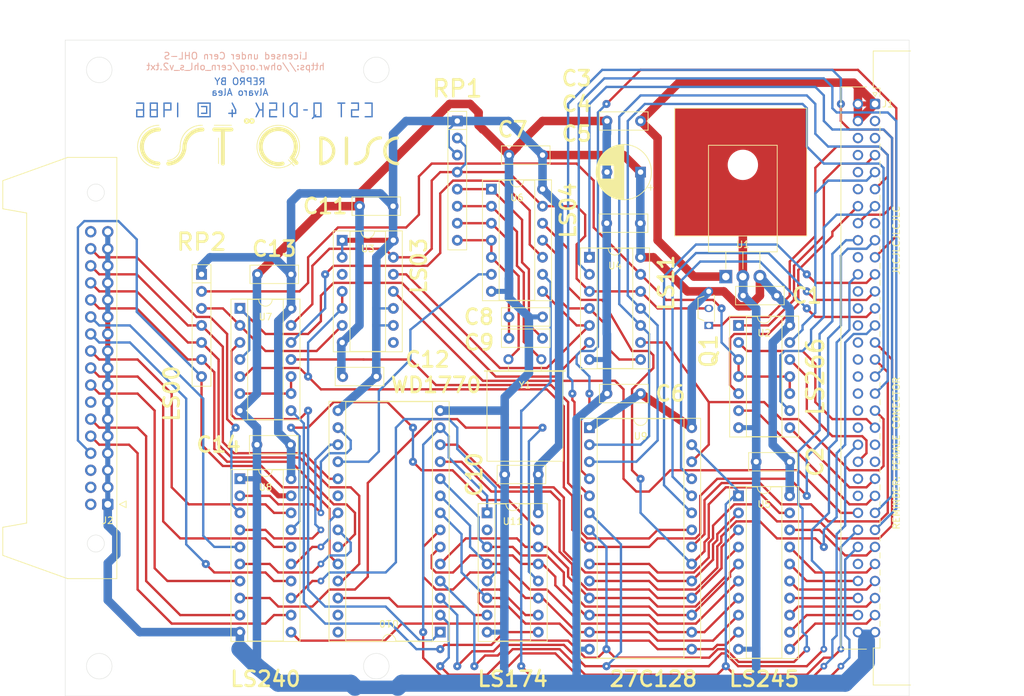
<source format=kicad_pcb>
(kicad_pcb (version 20221018) (generator pcbnew)
  (title_block (title "CST Q-Disc Interface Version 4") (date "2023-05-20") (rev "00") (company "Repro by Alvaro Alea Fdz.") (comment 1 "to use with ROM Version 1.18") (comment 2 "Disc Interface for Sinclair QL"))
  (layers (0 "F.Cu" signal) (31 "B.Cu" signal) (34 "B.Paste" user) (35 "F.Paste" user) (36 "B.SilkS" user "B.Silkscreen") (37 "F.SilkS" user "F.Silkscreen") (38 "B.Mask" user) (39 "F.Mask" user) (44 "Edge.Cuts" user))
  (net 0 "")
  (net 1 "GND")
  (net 2 "+9V")
  (net 3 "/SP0")
  (net 4 "/SP1")
  (net 5 "/DSMC")
  (net 6 "/SP2")
  (net 8 "/A3")
  (net 9 "/A4")
  (net 10 "/A5")
  (net 11 "/A6")
  (net 12 "/A7")
  (net 13 "/A8")
  (net 14 "/A9")
  (net 15 "/A10")
  (net 16 "/A11")
  (net 17 "/A12")
  (net 18 "/A13")
  (net 19 "/A14")
  (net 22 "/A16")
  (net 23 "/A17")
  (net 24 "/A18")
  (net 25 "/A19")
  (net 26 "/D7")
  (net 27 "/D6")
  (net 28 "/D5")
  (net 29 "/D4")
  (net 30 "/D3")
  (net 34 "/SP3")
  (net 35 "/A2")
  (net 36 "/A1")
  (net 38 "/A0")
  (net 46 "/RESET")
  (net 47 "/A15")
  (net 50 "/RW")
  (net 51 "/DS")
  (net 53 "/D0")
  (net 54 "/D1")
  (net 55 "/D2")
  (net 59 "/INDEX")
  (net 60 "/DS1")
  (net 61 "/DS2")
  (net 62 "/MOTOR_ON")
  (net 63 "/DIR")
  (net 64 "/STEP")
  (net 65 "/DATA_WR")
  (net 66 "/GATE_WR")
  (net 68 "/TRACK_0")
  (net 69 "/DATA_RD")
  (net 70 "/HEAD")
  (net 72 "/FDCON_CS")
  (net 73 "/DS0")
  (net 74 "/CLK")
  (net 75 "/ROM_OE")
  (net 76 "/DTACKL")
  (net 77 "/FDSET_CS")
  (net 78 "/Dc7")
  (net 79 "/Dc6")
  (net 80 "/Dc5")
  (net 81 "/Dc4")
  (net 82 "/Dc3")
  (net 83 "/Dc0")
  (net 84 "/Dc1")
  (net 85 "/Dc2")
  (net 86 "/ROM_CE")
  (net 87 "/FDCON_DEN")
  (net 88 "Net-(U4-Pad4)")
  (net 89 "/XOR_PULLUP")
  (net 90 "+5V")
  (net 91 "/NOSE_6")
  (net 92 "Net-(U6-Pad10)")
  (net 93 "Net-(U7-Pad10)")
  (net 94 "/WRITE_PROT")
  (net 95 "/FDC_STEP")
  (net 96 "/FDC_DIR")
  (net 97 "/FDC_WD")
  (net 98 "/FDC_WG")
  (net 99 "/iMOT")
  (net 101 "/iHD")
  (net 102 "/iDS_0")
  (net 103 "/iDS_1")
  (net 105 "Net-(RP1-R4.2)")
  (net 106 "Net-(RP1-R3.1)")
  (net 108 "/A3N_PULLUP")
  (net 109 "/interface_Sel")
  (net 110 "/notDS")
  (net 111 "Net-(RP1-R3.2)")
  (net 112 "Net-(RP1-R4.1)")
  (footprint "Package_TO_SOT_THT:TO-220-3_Horizontal_TabDown" (layer "F.Cu") (at 170.307 80.223)
    (fp_text reference "U1")
    (fp_text value "7805")
  )
  (footprint "Capacitor_THT:C_Disc_D7.0mm_W2.5mm_P5.00mm" (layer "F.Cu") (at 157.607 97.663 180)
    (fp_text reference "C6")
    (fp_text value "100n")
  )
  (footprint "Capacitor_THT:C_Disc_D7.0mm_W2.5mm_P5.00mm" (layer "F.Cu") (at 157.607 57.023 180)
    (fp_text reference "C3")
    (fp_text value "330nf")
  )
  (footprint "Package_DIP:DIP-28_W15.24mm_Socket" (layer "F.Cu") (at 149.987 102.743)
    (fp_text reference "U9")
    (fp_text value "27C128")
  )
  (footprint "Package_DIP:DIP-20_W7.62mm_Socket" (layer "F.Cu") (at 172.197 112.908)
    (property "Reference" "U")
    (property "Value" "74LS245")
    (fp_text reference "U5")
    (fp_text value "LS245")
  )
  (footprint "Package_DIP:DIP-14_W7.62mm_Socket" (layer "F.Cu") (at 135.382 67.183)
    (fp_text reference "U6")
    (fp_text value "LS04")
  )
  (footprint "8bits:DIN41612_B_2x32_Female_Horizontal_THT" (layer "F.Cu") (at 192.532 133.223 -90)
    (fp_text reference "J1")
    (fp_text value "QL_SLOT_DIN41612_CARD")
  )
  (footprint "Crystal:Crystal_HC18-U_Horizontal" (layer "F.Cu") (at 137.922 92.553)
    (fp_text reference "Y1")
    (fp_text value "8Mhz")
  )
  (footprint "Package_DIP:DIP-20_W7.62mm_Socket" (layer "F.Cu") (at 97.917 110.363)
    (fp_text reference "U8")
    (fp_text value "LS240")
  )
  (footprint "Connector_IDC:IDC-Header_2x17_P2.54mm_Latch_Horizontal" (layer "F.Cu") (at 78.232 114.173 180)
    (fp_text reference "J2")
    (fp_text value "Conn_02x17_Odd_Even")
  )
  (footprint "Capacitor_THT:C_Disc_D7.0mm_W2.5mm_P5.00mm" (layer "F.Cu") (at 157.567 72.263 180)
    (fp_text reference "C5")
    (fp_text value "100n")
  )
  (footprint "Capacitor_THT:C_Disc_D7.0mm_W2.5mm_P5.00mm" (layer "F.Cu") (at 118.237 95.123 180)
    (fp_text reference "C12")
    (fp_text value "100n")
  )
  (footprint "Package_DIP:DIP-14_W7.62mm_Socket" (layer "F.Cu") (at 149.987 77.343)
    (fp_text reference "U4")
    (fp_text value "LS11")
  )
  (footprint "Package_DIP:DIP-28_W15.24mm_Socket" (layer "F.Cu") (at 127.762 133.223 180)
    (property "Reference" "U")
    (property "Value" "FDC_WD1772")
    (fp_text reference "U10")
    (fp_text value "WD1770")
  )
  (footprint "Capacitor_THT:CP_Radial_D8.0mm_P5.00mm" (layer "F.Cu") (at 157.607 64.643 180)
    (fp_text reference "C4")
    (fp_text value "100uf/10V")
  )
  (footprint "Capacitor_THT:C_Disc_D7.0mm_W2.5mm_P5.00mm" (layer "F.Cu") (at 105.457 105.283 180)
    (fp_text reference "C14")
    (fp_text value "100n")
  )
  (footprint "Resistor_THT:R_Array_SIP8" (layer "F.Cu") (at 130.302 57.023 -90)
    (fp_text reference "RP1")
    (fp_text value "4K7 (x4)")
  )
  (footprint "Capacitor_THT:C_Disc_D7.0mm_W2.5mm_P5.00mm" (layer "F.Cu") (at 138.002 86.233)
    (fp_text reference "C8")
    (fp_text value "27p")
  )
  (footprint "Resistor_THT:R_Array_SIP7" (layer "F.Cu") (at 92.202 79.883 -90)
    (fp_text reference "RP2")
    (fp_text value "2K2 (x6)")
  )
  (footprint "Capacitor_THT:C_Disc_D7.0mm_W2.5mm_P5.00mm" (layer "F.Cu") (at 179.832 107.823 180)
    (fp_text reference "C2")
    (fp_text value "100n")
  )
  (footprint "Capacitor_THT:C_Disc_D7.0mm_W2.5mm_P5.00mm" (layer "F.Cu") (at 177.887 83.058 180)
    (fp_text reference "C1")
    (fp_text value "100n")
  )
  (footprint "Package_DIP:DIP-14_W7.62mm_Socket" (layer "F.Cu") (at 97.917 84.958)
    (fp_text reference "U7")
    (fp_text value "LS00")
  )
  (footprint "Capacitor_THT:C_Disc_D7.0mm_W2.5mm_P5.00mm" (layer "F.Cu") (at 142.367 109.728 180)
    (fp_text reference "C10")
    (fp_text value "100n")
  )
  (footprint "Package_TO_SOT_THT:TO-92S_Wide" (layer "F.Cu") (at 167.767 87.503 90)
    (fp_text reference "Q1")
    (fp_text value "PN2222A")
  )
  (footprint "Capacitor_THT:C_Disc_D7.0mm_W2.5mm_P5.00mm" (layer "F.Cu") (at 138.002 89.408)
    (fp_text reference "C9")
    (fp_text value "100n")
  )
  (footprint "Package_DIP:DIP-14_W7.62mm_Socket" (layer "F.Cu") (at 113.157 74.803)
    (fp_text reference "U3")
    (fp_text value "LS03")
  )
  (footprint "Capacitor_THT:C_Disc_D7.0mm_W2.5mm_P5.00mm" (layer "F.Cu") (at 120.737 69.723 180)
    (fp_text reference "C11")
    (fp_text value "100n")
  )
  (footprint "Capacitor_THT:C_Disc_D7.0mm_W2.5mm_P5.00mm" (layer "F.Cu") (at 143.002 62.103 180)
    (fp_text reference "C7")
    (fp_text value "100n")
  )
  (footprint "Package_DIP:DIP-16_W7.62mm_Socket" (layer "F.Cu") (at 134.747 115.443)
    (property "Reference" "U")
    (property "Value" "74LS174")
    (fp_text reference "U11")
    (fp_text value "LS174")
  )
  (footprint "Capacitor_THT:C_Disc_D7.0mm_W2.5mm_P5.00mm" (layer "F.Cu") (at 105.537 79.883 180)
    (fp_text reference "C13")
    (fp_text value "100n")
  )
  (footprint "Package_DIP:DIP-14_W7.62mm_Socket" (layer "F.Cu") (at 172.212 87.503)
    (property "Reference" "U")
    (property "Value" "74LS266")
    (fp_text reference "U2")
    (fp_text value "LS266")
  )
  (gr_line (start 115.57 55.372) (end 114.554 55.372) (stroke (width 0.2)) (layer "B.Cu"))
  (gr_line (start 84.582 56.388) (end 84.582 55.372) (stroke (width 0.2)) (layer "B.Cu"))
  (gr_line (start 105.918 56.388) (end 105.41 55.88) (stroke (width 0.2)) (layer "B.Cu"))
  (gr_line (start 82.55 56.388) (end 83.566 56.388) (stroke (width 0.2)) (layer "B.Cu"))
  (gr_line (start 96.774 55.372) (end 96.774 56.388) (stroke (width 0.2)) (layer "B.Cu"))
  (gr_line (start 106.426 56.388) (end 105.918 56.388) (stroke (width 0.2)) (layer "B.Cu"))
  (gr_line (start 109.22 56.134) (end 108.712 56.642) (stroke (width 0.2)) (layer "B.Cu"))
  (gr_line (start 91.694 54.356) (end 91.694 56.388) (stroke (width 0.2)) (layer "B.Cu"))
  (gr_line (start 105.41 55.88) (end 105.41 54.864) (stroke (width 0.2)) (layer "B.Cu"))
  (gr_line (start 91.694 56.388) (end 93.472 56.388) (stroke (width 0.2)) (layer "B.Cu"))
  (gr_line (start 93.472 54.356) (end 91.694 54.356) (stroke (width 0.2)) (layer "B.Cu"))
  (gr_line (start 117.602 54.356) (end 117.602 56.388) (stroke (width 0.2)) (layer "B.Cu"))
  (gr_line (start 103.378 54.356) (end 103.378 55.372) (stroke (width 0.2)) (layer "B.Cu"))
  (gr_line (start 114.554 55.372) (end 114.554 56.388) (stroke (width 0.2)) (layer "B.Cu"))
  (gr_line (start 113.538 54.356) (end 112.522 54.356) (stroke (width 0.2)) (layer "B.Cu"))
  (gr_line (start 109.982 54.356) (end 109.982 56.388) (stroke (width 0.2)) (layer "B.Cu"))
  (gr_line (start 117.602 56.388) (end 116.586 56.388) (stroke (width 0.2)) (layer "B.Cu"))
  (gr_line (start 86.614 54.356) (end 86.614 56.388) (stroke (width 0.2)) (layer "B.Cu"))
  (gr_line (start 84.582 54.356) (end 85.598 54.356) (stroke (width 0.2)) (layer "B.Cu"))
  (gr_line (start 114.554 54.356) (end 115.57 54.356) (stroke (width 0.2)) (layer "B.Cu"))
  (gr_line (start 83.566 56.388) (end 83.566 54.356) (stroke (width 0.2)) (layer "B.Cu"))
  (gr_line (start 105.41 54.864) (end 105.918 54.356) (stroke (width 0.2)) (layer "B.Cu"))
  (gr_line (start 101.346 54.356) (end 101.346 56.388) (stroke (width 0.2)) (layer "B.Cu"))
  (gr_line (start 97.282 55.372) (end 96.774 54.356) (stroke (width 0.2)) (layer "B.Cu"))
  (gr_line (start 114.554 56.388) (end 115.57 56.388) (stroke (width 0.2)) (layer "B.Cu"))
  (gr_line (start 87.63 55.372) (end 87.63 54.356) (stroke (width 0.2)) (layer "B.Cu"))
  (gr_line (start 104.394 54.356) (end 104.394 56.388) (stroke (width 0.2)) (layer "B.Cu"))
  (gr_line (start 115.57 54.356) (end 115.57 55.372) (stroke (width 0.2)) (layer "B.Cu"))
  (gr_line (start 96.266 55.88) (end 97.282 55.88) (stroke (width 0.2)) (layer "B.Cu"))
  (gr_line (start 97.282 55.88) (end 97.282 55.372) (stroke (width 0.2)) (layer "B.Cu"))
  (gr_line (start 102.362 56.388) (end 103.378 56.388) (stroke (width 0.2)) (layer "B.Cu"))
  (gr_line (start 86.614 55.372) (end 87.63 55.372) (stroke (width 0.2)) (layer "B.Cu"))
  (gr_line (start 83.566 55.372) (end 82.55 55.372) (stroke (width 0.2)) (layer "B.Cu"))
  (gr_line (start 116.586 54.356) (end 117.602 54.356) (stroke (width 0.2)) (layer "B.Cu"))
  (gr_line (start 109.982 56.388) (end 108.966 56.388) (stroke (width 0.2)) (layer "B.Cu"))
  (gr_line (start 85.598 55.372) (end 84.582 55.372) (stroke (width 0.2)) (layer "B.Cu"))
  (gr_line (start 92.964 55.88) (end 92.964 54.864) (stroke (width 0.2)) (layer "B.Cu"))
  (gr_line (start 87.63 54.356) (end 86.614 54.356) (stroke (width 0.2)) (layer "B.Cu"))
  (gr_line (start 85.598 54.356) (end 85.598 56.388) (stroke (width 0.2)) (layer "B.Cu"))
  (gr_line (start 92.202 55.88) (end 92.964 55.88) (stroke (width 0.2)) (layer "B.Cu"))
  (gr_line (start 93.472 56.388) (end 93.472 54.356) (stroke (width 0.2)) (layer "B.Cu"))
  (gr_line (start 100.838 55.372) (end 100.33 54.356) (stroke (width 0.2)) (layer "B.Cu"))
  (gr_line (start 101.346 55.372) (end 100.838 55.372) (stroke (width 0.2)) (layer "B.Cu"))
  (gr_line (start 85.598 56.388) (end 84.582 56.388) (stroke (width 0.2)) (layer "B.Cu"))
  (gr_line (start 100.838 55.372) (end 100.33 56.388) (stroke (width 0.2)) (layer "B.Cu"))
  (gr_line (start 102.362 55.372) (end 102.362 56.388) (stroke (width 0.2)) (layer "B.Cu"))
  (gr_line (start 88.646 56.388) (end 88.646 54.356) (stroke (width 0.2)) (layer "B.Cu"))
  (gr_line (start 107.442 55.372) (end 107.95 55.372) (stroke (width 0.2)) (layer "B.Cu"))
  (gr_line (start 83.566 54.356) (end 82.55 54.356) (stroke (width 0.2)) (layer "B.Cu"))
  (gr_line (start 113.03 54.356) (end 113.03 56.388) (stroke (width 0.2)) (layer "B.Cu"))
  (gr_line (start 105.918 54.356) (end 106.426 54.356) (stroke (width 0.2)) (layer "B.Cu"))
  (gr_line (start 84.582 55.372) (end 84.582 54.356) (stroke (width 0.2)) (layer "B.Cu"))
  (gr_line (start 103.378 55.372) (end 102.362 55.372) (stroke (width 0.2)) (layer "B.Cu"))
  (gr_line (start 92.964 54.864) (end 92.202 54.864) (stroke (width 0.2)) (layer "B.Cu"))
  (gr_line (start 108.966 56.388) (end 108.966 54.356) (stroke (width 0.2)) (layer "B.Cu"))
  (gr_line (start 106.426 54.356) (end 106.426 56.388) (stroke (width 0.2)) (layer "B.Cu"))
  (gr_line (start 82.55 55.372) (end 82.55 56.388) (stroke (width 0.2)) (layer "B.Cu"))
  (gr_line (start 102.362 54.356) (end 103.378 54.356) (stroke (width 0.2)) (layer "B.Cu"))
  (gr_line (start 108.966 54.356) (end 109.982 54.356) (stroke (width 0.2)) (layer "B.Cu"))
  (gr_arc (start 85.852 64.008) (mid 82.677 60.833) (end 85.852 57.658) (stroke (width 0.12)) (layer "F.SilkS"))
  (gr_line (start 187.452 135.763) (end 191.262 135.763) (stroke (width 0.12)) (layer "F.SilkS"))
  (gr_circle (center 103.632 60.833) (end 103.632 57.658) (stroke (width 0.12)) (fill none) (layer "F.SilkS"))
  (gr_arc (start 116.956251 61.32344) (mid 116.474977 62.737874) (end 115.119764 63.366881) (stroke (width 0.5)) (layer "F.SilkS"))
  (gr_arc (start 89.661719 60.96888) (mid 88.918524 62.633316) (end 87.252525 63.373) (stroke (width 0.6)) (layer "F.SilkS"))
  (gr_arc (start 109.982 59.563) (mid 111.887 61.468) (end 109.982 63.373) (stroke (width 0.5)) (layer "F.SilkS"))
  (gr_arc (start 116.945502 61.4465) (mid 117.510146 60.105205) (end 118.85183 59.541488) (stroke (width 0.5)) (layer "F.SilkS"))
  (gr_line (start 94.742 59.563) (end 94.742 63.373) (stroke (width 0.12)) (layer "F.SilkS"))
  (gr_arc (start 89.026999 60.833) (mid 88.502472 62.256568) (end 87.131002 62.905215) (stroke (width 0.12)) (layer "F.SilkS"))
  (gr_arc (start 104.267 63.373) (mid 102.24618 58.611665) (end 105.634143 62.520083) (stroke (width 0.6)) (layer "F.SilkS"))
  (gr_circle (center 99.695 57.023) (end 99.822 57.023) (stroke (width 0.3)) (fill none) (layer "F.SilkS"))
  (gr_arc (start 85.772001 63.373) (mid 84.034028 62.608662) (end 83.310821 60.853175) (stroke (width 0.6)) (layer "F.SilkS"))
  (gr_rect (start 162.687 55.118) (end 182.372 74.168) (stroke (width 0.12)) (fill none) (layer "F.SilkS"))
  (gr_line (start 105.634143 62.520083) (end 106.332371 63.269904) (stroke (width 0.6)) (layer "F.SilkS"))
  (gr_circle (center 98.933 57.023) (end 99.06 57.023) (stroke (width 0.3)) (fill none) (layer "F.SilkS"))
  (gr_line (start 94.107 58.293) (end 96.647 58.293) (stroke (width 0.6)) (layer "F.SilkS"))
  (gr_line (start 105.988719 63.716653) (end 105.141042 62.800245) (stroke (width 0.12)) (layer "F.SilkS"))
  (gr_arc (start 83.310821 60.853175) (mid 84.046696 59.04446) (end 85.848466 58.291743) (stroke (width 0.6)) (layer "F.SilkS"))
  (gr_line (start 113.792 63.373) (end 113.792 59.563) (stroke (width 0.5)) (layer "F.SilkS"))
  (gr_arc (start 89.027 60.833) (mid 90.000481 58.545219) (end 92.32397 57.660344) (stroke (width 0.12)) (layer "F.SilkS"))
  (gr_line (start 109.982 63.373) (end 109.982 59.563) (stroke (width 0.5)) (layer "F.SilkS"))
  (gr_line (start 95.377 58.293) (end 95.377 63.373) (stroke (width 0.6)) (layer "F.SilkS"))
  (gr_line (start 191.262 51.943) (end 187.452 51.943) (stroke (width 0.12)) (layer "F.SilkS"))
  (gr_line (start 94.107 57.658) (end 96.647 57.658) (stroke (width 0.12)) (layer "F.SilkS"))
  (gr_line (start 187.452 51.943) (end 187.452 135.763) (stroke (width 0.12)) (layer "F.SilkS"))
  (gr_arc (start 89.661719 60.96888) (mid 90.443245 59.081395) (end 92.33068 58.29975) (stroke (width 0.6)) (layer "F.SilkS"))
  (gr_arc (start 121.412 63.373) (mid 119.507269 61.500043) (end 121.347924 59.564078) (stroke (width 0.5)) (layer "F.SilkS"))
  (gr_line (start 197.612 44.958) (end 71.882 44.958) (stroke (width 0.05)) (layer "Edge.Cuts"))
  (gr_circle (center 76.454 67.691) (end 77.724 67.691) (stroke (width 0.05)) (fill none) (layer "Edge.Cuts"))
  (gr_circle (center 76.454 120.015) (end 77.724 120.015) (stroke (width 0.05)) (fill none) (layer "Edge.Cuts"))
  (gr_circle (center 76.962 49.403) (end 78.867 49.403) (stroke (width 0.05)) (fill none) (layer "Edge.Cuts"))
  (gr_circle (center 118.237 138.303) (end 120.142 138.303) (stroke (width 0.05)) (fill none) (layer "Edge.Cuts"))
  (gr_line (start 197.612 142.748) (end 197.612 44.958) (stroke (width 0.05)) (layer "Edge.Cuts"))
  (gr_line (start 71.882 44.958) (end 71.882 142.748) (stroke (width 0.05)) (layer "Edge.Cuts"))
  (gr_circle (center 118.237 49.403) (end 120.142 49.403) (stroke (width 0.05)) (fill none) (layer "Edge.Cuts"))
  (gr_line (start 71.882 142.748) (end 197.612 142.748) (stroke (width 0.05)) (layer "Edge.Cuts"))
  (gr_circle (center 76.962 138.303) (end 78.867 138.303) (stroke (width 0.05)) (fill none) (layer "Edge.Cuts"))
  (gr_text "REPRO BY\nAlvaro Alea" (at 97.917 51.943) (layer "B.Cu") (effects (font (size 1 1)) (justify mirror)))
  (gr_text "Licensed under Cern OHL-S\nhttps://ohwr.org/cern_ohl_s_v2.txt" (at 97.282 48.133) (layer "B.SilkS") (effects (font (size 1 1)) (justify mirror)))
  (gr_text "REMINDER: FEMALE CONECTOR" (at 195.707 106.553 90) (layer "F.SilkS") (effects (font (size 1 1))))
  (gr_text "JLCJLCJLCJLC" (at 195.707 74.803 90) (layer "F.SilkS") (effects (font (size 1 1))))
  (segment (start 143.002 57.023) (end 139.192 60.833) (width 1.27) (layer "F.Cu") (net 1))
  (segment (start 133.477 57.658) (end 134.112 58.293) (width 1.27) (layer "F.Cu") (net 1))
  (segment (start 172.847 80.223) (end 172.847 73.406) (width 1.27) (layer "F.Cu") (net 1))
  (segment (start 139.192 60.833) (end 139.192 60.913) (width 1.27) (layer "F.Cu") (net 1))
  (segment (start 101.092 110.363) (end 97.917 110.363) (width 0.75) (layer "F.Cu") (net 1))
  (segment (start 143.002 57.023) (end 152.607 57.023) (width 1.27) (layer "F.Cu") (net 1))
  (segment (start 139.192 60.913) (end 138.002 62.103) (width 1.27) (layer "F.Cu") (net 1))
  (segment (start 110.697 69.723) (end 100.537 79.883) (width 1.27) (layer "F.Cu") (net 1))
  (segment (start 103.632 112.903) (end 101.092 110.363) (width 0.75) (layer "F.Cu") (net 1))
  (segment (start 133.477 55.753) (end 133.477 57.658) (width 1.27) (layer "F.Cu") (net 1))
  (segment (start 110.697 69.723) (end 115.737 69.723) (width 1.27) (layer "F.Cu") (net 1))
  (segment (start 132.207 54.483) (end 133.477 55.753) (width 1.27) (layer "F.Cu") (net 1))
  (segment (start 78.232 86.233) (end 78.232 91.313) (width 0.75) (layer "F.Cu") (net 1))
  (segment (start 134.112 58.293) (end 134.192 58.293) (width 1.27) (layer "F.Cu") (net 1))
  (segment (start 115.737 69.723) (end 115.737 67.905) (width 1.27) (layer "F.Cu") (net 1))
  (segment (start 105.537 112.903) (end 103.632 112.903) (width 0.75) (layer "F.Cu") (net 1))
  (segment (start 129.159 54.483) (end 132.207 54.483) (width 1.27) (layer "F.Cu") (net 1))
  (segment (start 115.737 67.905) (end 129.159 54.483) (width 1.27) (layer "F.Cu") (net 1))
  (segment (start 134.192 58.293) (end 138.002 62.103) (width 1.27) (layer "F.Cu") (net 1))
  (segment (start 134.747 133.223) (end 137.367 133.223) (width 0.75) (layer "B.Cu") (net 1))
  (segment (start 174.832 85.003) (end 172.887 83.058) (width 1.27) (layer "B.Cu") (net 1))
  (segment (start 138.002 80.518) (end 138.002 82.503) (width 1.27) (layer "B.Cu") (net 1))
  (segment (start 152.567 88.733) (end 152.607 88.773) (width 0.75) (layer "B.Cu") (net 1))
  (segment (start 100.457 105.283) (end 100.457 102.738) (width 1.27) (layer "B.Cu") (net 1))
  (segment (start 78.232 128.4605) (end 82.9945 133.223) (width 1.27) (layer "B.Cu") (net 1))
  (segment (start 152.567 58.968) (end 152.567 72.263) (width 1.27) (layer "B.Cu") (net 1))
  (segment (start 191.262 133.223) (end 192.532 133.223) (width 0.75) (layer "B.Cu") (net 1))
  (segment (start 174.832 102.823) (end 174.832 104.728) (width 0.75) (layer "B.Cu") (net 1))
  (segment (start 79.502 121.666) (end 78.232 122.936) (width 1.27) (layer "B.Cu") (net 1))
  (segment (start 174.752 102.743) (end 174.832 102.823) (width 0.75) (layer "B.Cu") (net 1))
  (segment (start 115.697 87.503) (end 115.737 87.503) (width 0.75) (layer "B.Cu") (net 1))
  (segment (start 100.457 97.658) (end 97.917 100.198) (width 1.27) (layer "B.Cu") (net 1))
  (segment (start 152.607 58.928) (end 152.567 58.968) (width 0.75) (layer "B.Cu") (net 1))
  (segment (start 174.747 135.768) (end 174.832 135.683) (width 0.75) (layer "B.Cu") (net 1))
  (segment (start 78.232 73.533) (end 78.232 86.233) (width 0.75) (layer "B.Cu") (net 1))
  (segment (start 137.367 100.838) (end 137.367 109.728) (width 1.27) (layer "B.Cu") (net 1))
  (segment (start 140.97 94.615) (end 140.97 86.233) (width 1.27) (layer "B.Cu") (net 1))
  (segment (start 78.232 122.936) (end 78.232 128.4605) (width 1.27) (layer "B.Cu") (net 1))
  (segment (start 100.457 105.283) (end 100.457 138.303) (width 1.27) (layer "B.Cu") (net 1))
  (segment (start 78.232 114.173) (end 78.232 91.313) (width 0.75) (layer "B.Cu") (net 1))
  (segment (start 152.607 97.663) (end 152.607 88.773) (width 1.27) (layer "B.Cu") (net 1))
  (segment (start 172.197 135.768) (end 174.747 135.768) (width 0.75) (layer "B.Cu") (net 1))
  (segment (start 97.917 133.223) (end 97.917 135.763) (width 1.27) (layer "B.Cu") (net 1))
  (segment (start 138.002 83.439) (end 140.97 86.233) (width 1.27) (layer "B.Cu") (net 1))
  (segment (start 138.002 62.103) (end 138.002 80.518) (width 1.27) (layer "B.Cu") (net 1))
  (segment (start 143.002 86.233) (end 140.97 86.233) (width 0.75) (layer "B.Cu") (net 1))
  (segment (start 122.047 140.843) (end 188.087 140.843) (width 2.54) (layer "B.Cu") (net 1))
  (segment (start 137.367 109.728) (end 137.287 140.843) (width 1.27) (layer "B.Cu") (net 1))
  (segment (start 113.157 90.043) (end 115.697 87.503) (width 1.27) (layer "B.Cu") (net 1))
  (segment (start 172.887 83.058) (end 172.887 80.263) (width 1.27) (layer "B.Cu") (net 1))
  (segment (start 152.567 72.263) (end 152.567 88.733) (width 1.27) (layer "B.Cu") (net 1))
  (segment (start 149.987 92.583) (end 152.607 92.583) (width 0.75) (layer "B.Cu") (net 1))
  (segment (start 137.367 100.838) (end 137.367 98.218) (width 1.27) (layer "B.Cu") (net 1))
  (segment (start 148.082 135.763) (end 149.987 135.763) (width 0.75) (layer "B.Cu") (net 1))
  (segment (start 174.832 107.823) (end 174.832 135.683) (width 1.27) (layer "B.Cu") (net 1))
  (segment (start 152.607 58.928) (end 152.607 57.023) (width 1.27) (layer "B.Cu") (net 1))
  (segment (start 148.082 140.843) (end 148.082 101.473) (width 1.27) (layer "B.Cu") (net 1))
  (segment (start 137.367 100.283) (end 137.367 100.838) (width 0.75) (layer "B.Cu") (net 1))
  (segment (start 78.232 114.173) (end 78.232 117.348) (width 1.27) (layer "B.Cu") (net 1))
  (segment (start 138.002 80.518) (end 138.002 83.439) (width 1.27) (layer "B.Cu") (net 1))
  (segment (start 78.232 117.348) (end 79.502 118.618) (width 1.27) (layer "B.Cu") (net 1))
  (segment (start 174.832 104.728) (end 174.832 107.823) (width 1.27) (layer "B.Cu") (net 1))
  (segment (start 122.047 140.843) (end 121.437 141.453) (width 2.54) (layer "B.Cu") (net 1))
  (segment (start 172.887 82.423) (end 172.887 80.263) (width 1.27) (layer "B.Cu") (net 1))
  (segment (start 127.762 100.203) (end 137.287 100.203) (width 1.27) (layer "B.Cu") (net 1))
  (segment (start 113.03 90.043) (end 113.03 95.123) (width 1.27) (layer "B.Cu") (net 1))
  (segment (start 97.917 110.363) (end 99.822 110.363) (width 0.75) (layer "B.Cu") (net 1))
  (segment (start 135.382 82.423) (end 137.922 82.423) (width 0.75) (layer "B.Cu") (net 1))
  (segment (start 174.832 104.728) (end 174.832 85.003) (width 1.27) (layer "B.Cu") (net 1))
  (segment (start 100.457 138.303) (end 103.632 140.843) (width 2.54) (layer "B.Cu") (net 1))
  (segment (start 174.832 135.683) (end 174.832 140.843) (width 1.27) (layer "B.Cu") (net 1))
  (segment (start 172.212 102.743) (end 174.752 102.743) (width 0.75) (layer "B.Cu") (net 1))
  (segment (start 103.632 140.843) (end 114.427 140.843) (width 2.54) (layer "B.Cu") (net 1))
  (segment (start 188.087 140.843) (end 191.262 137.668) (width 2.54) (layer "B.Cu") (net 1))
  (segment (start 114.427 140.843) (end 115.062 141.453) (width 2.54) (layer "B.Cu") (net 1))
  (segment (start 137.367 98.218) (end 140.97 94.615) (width 1.27) (layer "B.Cu") (net 1))
  (segment (start 79.502 118.618) (end 79.502 121.666) (width 1.27) (layer "B.Cu") (net 1))
  (segment (start 189.992 133.223) (end 191.262 133.223) (width 0.75) (layer "B.Cu") (net 1))
  (segment (start 191.262 137.668) (end 191.262 134.493) (width 2.54) (layer "B.Cu") (net 1))
  (segment (start 100.457 97.658) (end 100.457 79.883) (width 1.27) (layer "B.Cu") (net 1))
  (segment (start 137.287 100.203) (end 137.367 100.283) (width 0.75) (layer "B.Cu") (net 1))
  (segment (start 148.082 101.473) (end 152.607 97.663) (width 1.27) (layer "B.Cu") (net 1))
  (segment (start 115.737 69.723) (end 115.737 87.503) (width 1.27) (layer "B.Cu") (net 1))
  (segment (start 137.922 82.423) (end 138.002 82.503) (width 0.75) (layer "B.Cu") (net 1))
  (segment (start 100.457 102.738) (end 97.917 100.198) (width 1.27) (layer "B.Cu") (net 1))
  (segment (start 115.062 141.453) (end 121.437 141.453) (width 2) (layer "B.Cu") (net 1))
  (segment (start 82.9945 133.223) (end 97.917 133.223) (width 1.27) (layer "B.Cu") (net 1))
  (segment (start 97.917 135.763) (end 100.457 138.303) (width 2.54) (layer "B.Cu") (net 1))
  (segment (start 189.992 57.023) (end 189.992 54.483) (width 1.27) (layer "F.Cu") (net 2))
  (segment (start 189.992 51.943) (end 189.992 54.483) (width 1.27) (layer "F.Cu") (net 2))
  (segment (start 163.322 51.308) (end 157.607 57.023) (width 1.27) (layer "F.Cu") (net 2))
  (segment (start 157.607 57.023) (end 160.147 59.563) (width 1.27) (layer "F.Cu") (net 2))
  (segment (start 192.532 54.483) (end 189.992 51.943) (width 1.27) (layer "F.Cu") (net 2))
  (segment (start 192.532 54.483) (end 189.992 57.023) (width 1.27) (layer "F.Cu") (net 2))
  (segment (start 165.567 80.223) (end 170.307 80.223) (width 1.27) (layer "F.Cu") (net 2))
  (segment (start 160.147 59.563) (end 160.147 74.803) (width 1.27) (layer "F.Cu") (net 2))
  (segment (start 163.322 51.308) (end 189.357 51.308) (width 1.27) (layer "F.Cu") (net 2))
  (segment (start 189.992 54.483) (end 192.532 54.483) (width 0.75) (layer "F.Cu") (net 2))
  (segment (start 160.147 74.803) (end 165.567 80.223) (width 1.27) (layer "F.Cu") (net 2))
  (segment (start 189.992 51.943) (end 189.357 51.308) (width 1.27) (layer "F.Cu") (net 2))
  (segment (start 192.532 62.103) (end 191.262 63.373) (width 0.35) (layer "F.Cu") (net 3))
  (segment (start 191.262 63.373) (end 187.452 63.373) (width 0.35) (layer "F.Cu") (net 3))
  (segment (start 176.657 87.503) (end 172.212 87.503) (width 0.35) (layer "F.Cu") (net 3))
  (segment (start 180.467 78.613) (end 180.467 83.693) (width 0.35) (layer "F.Cu") (net 3))
  (segment (start 184.912 74.168) (end 180.467 78.613) (width 0.35) (layer "F.Cu") (net 3))
  (segment (start 187.452 63.373) (end 184.912 65.913) (width 0.35) (layer "F.Cu") (net 3))
  (segment (start 184.912 65.913) (end 184.912 74.168) (width 0.35) (layer "F.Cu") (net 3))
  (segment (start 180.467 83.693) (end 176.657 87.503) (width 0.35) (layer "F.Cu") (net 3))
  (segment (start 185.547 65.913) (end 183.642 67.818) (width 0.35) (layer "B.Cu") (net 4))
  (segment (start 192.532 64.643) (end 191.262 65.913) (width 0.35) (layer "B.Cu") (net 4))
  (segment (start 183.642 67.818) (end 183.642 85.598) (width 0.35) (layer "B.Cu") (net 4))
  (segment (start 183.642 85.598) (end 181.737 87.503) (width 0.35) (layer "B.Cu") (net 4))
  (segment (start 181.737 87.503) (end 181.737 88.138) (width 0.35) (layer "B.Cu") (net 4))
  (segment (start 181.737 88.138) (end 179.832 90.043) (width 0.35) (layer "B.Cu") (net 4))
  (segment (start 191.262 65.913) (end 185.547 65.913) (width 0.35) (layer "B.Cu") (net 4))
  (segment (start 193.167 60.833) (end 186.817 60.833) (width 0.35) (layer "F.Cu") (net 5))
  (segment (start 186.817 60.833) (end 183.642 64.008) (width 0.35) (layer "F.Cu") (net 5))
  (segment (start 179.832 83.058) (end 176.657 86.233) (width 0.35) (layer "F.Cu") (net 5))
  (segment (start 176.657 86.233) (end 170.942 86.233) (width 0.35) (layer "F.Cu") (net 5))
  (segment (start 192.532 67.183) (end 194.437 65.278) (width 0.35) (layer "F.Cu") (net 5))
  (segment (start 194.437 62.103) (end 193.167 60.833) (width 0.35) (layer "F.Cu") (net 5))
  (segment (start 194.437 65.278) (end 194.437 62.103) (width 0.35) (layer "F.Cu") (net 5))
  (segment (start 183.642 74.168) (end 179.832 77.978) (width 0.35) (layer "F.Cu") (net 5))
  (segment (start 183.642 64.008) (end 183.642 74.168) (width 0.35) (layer "F.Cu") (net 5))
  (segment (start 169.672 87.503) (end 167.767 87.503) (width 0.35) (layer "F.Cu") (net 5))
  (segment (start 179.832 77.978) (end 179.832 83.058) (width 0.35) (layer "F.Cu") (net 5))
  (segment (start 170.942 86.233) (end 169.672 87.503) (width 0.35) (layer "F.Cu") (net 5))
  (segment (start 191.262 70.993) (end 186.817 70.993) (width 0.35) (layer "B.Cu") (net 6))
  (segment (start 178.435 98.806) (end 179.832 100.203) (width 0.35) (layer "B.Cu") (net 6))
  (segment (start 184.912 86.233) (end 183.007 88.138) (width 0.35) (layer "B.Cu") (net 6))
  (segment (start 183.007 90.043) (end 181.737 91.313) (width 0.35) (layer "B.Cu") (net 6))
  (segment (start 186.817 70.993) (end 184.912 72.898) (width 0.35) (layer "B.Cu") (net 6))
  (segment (start 192.532 69.723) (end 191.262 70.993) (width 0.35) (layer "B.Cu") (net 6))
  (segment (start 178.435 98.806) (end 178.435 91.948) (width 0.35) (layer "B.Cu") (net 6))
  (segment (start 181.737 91.313) (end 179.07 91.313) (width 0.35) (layer "B.Cu") (net 6))
  (segment (start 184.912 72.898) (end 184.912 86.233) (width 0.35) (layer "B.Cu") (net 6))
  (segment (start 178.435 91.948) (end 179.07 91.313) (width 0.35) (layer "B.Cu") (net 6))
  (segment (start 183.007 88.138) (end 183.007 90.043) (width 0.35) (layer "B.Cu") (net 6))
  (segment (start 106.807 93.853) (end 99.822 93.853) (width 0.35) (layer "F.Cu") (net 8))
  (segment (start 179.832 110.363) (end 182.372 112.903) (width 0.35) (layer "F.Cu") (net 8))
  (segment (start 166.497 118.545894) (end 166.497 112.903) (width 0.35) (layer "F.Cu") (net 8))
  (segment (start 166.497 112.903) (end 169.037 110.363) (width 0.35) (layer "F.Cu") (net 8))
  (segment (start 143.637 97.028) (end 146.177 99.568) (width 0.35) (layer "F.Cu") (net 8))
  (segment (start 98.557 95.118) (end 99.822 93.853) (width 0.35) (layer "F.Cu") (net 8))
  (segment (start 149.987 120.523) (end 158.877 120.523) (width 0.35) (layer "F.Cu") (net 8))
  (segment (start 147.447 112.903) (end 147.447 117.983) (width 0.35) (layer "F.Cu") (net 8))
  (segment (start 160.147 119.253) (end 165.789894 119.253) (width 0.35) (layer "F.Cu") (net 8))
  (segment (start 158.877 120.523) (end 160.147 119.253) (width 0.35) (layer "F.Cu") (net 8))
  (segment (start 113.157 82.423) (end 113.157 84.963) (width 0.35) (layer "F.Cu") (net 8))
  (segment (start 146.177 99.568) (end 146.177 111.633) (width 0.35) (layer "F.Cu") (net 8))
  (segment (start 165.789894 119.253) (end 166.497 118.545894) (width 0.35) (layer "F.Cu") (net 8))
  (segment (start 108.077 95.123) (end 106.807 93.853) (width 0.35) (layer "F.Cu") (net 8))
  (segment (start 109.982 97.028) (end 143.637 97.028) (width 0.35) (layer "F.Cu") (net 8))
  (segment (start 147.447 117.983) (end 149.987 120.523) (width 0.35) (layer "F.Cu") (net 8))
  (segment (start 146.177 111.633) (end 147.447 112.903) (width 0.35) (layer "F.Cu") (net 8))
  (segment (start 169.037 110.363) (end 179.832 110.363) (width 0.35) (layer "F.Cu") (net 8))
  (segment (start 108.077 95.123) (end 109.982 97.028) (width 0.35) (layer "F.Cu") (net 8))
  (via (at 108.077 95.123) (size 1.2) (drill 0.4) (layers "F.Cu" "B.Cu") (net 8))
  (via (at 182.372 112.903) (size 1.2) (drill 0.4) (layers "F.Cu" "B.Cu") (net 8))
  (segment (start 108.077 90.043) (end 113.157 84.963) (width 0.35) (layer "B.Cu") (net 8))
  (segment (start 191.262 76.073) (end 192.532 74.803) (width 0.35) (layer "B.Cu") (net 8))
  (segment (start 108.077 95.123) (end 108.077 90.043) (width 0.35) (layer "B.Cu") (net 8))
  (segment (start 185.547 103.886) (end 185.547 89.408) (width 0.35) (layer "B.Cu") (net 8))
  (segment (start 187.452 77.089) (end 188.468 76.073) (width 0.35) (layer "B.Cu") (net 8))
  (segment (start 188.468 76.073) (end 191.262 76.073) (width 0.35) (layer "B.Cu") (net 8))
  (segment (start 185.547 89.408) (end 187.452 87.503) (width 0.35) (layer "B.Cu") (net 8))
  (segment (start 182.372 107.061) (end 185.547 103.886) (width 0.35) (layer "B.Cu") (net 8))
  (segment (start 182.372 112.903) (end 182.372 107.061) (width 0.35) (layer "B.Cu") (net 8))
  (segment (start 187.452 87.503) (end 187.452 77.089) (width 0.35) (layer "B.Cu") (net 8))
  (segment (start 195.707 74.168) (end 192.532 77.343) (width 0.35) (layer "F.Cu") (net 9))
  (segment (start 148.717 109.093) (end 148.717 101.473) (width 0.35) (layer "F.Cu") (net 9))
  (segment (start 157.607 49.403) (end 189.992 49.403) (width 0.35) (layer "F.Cu") (net 9))
  (segment (start 148.717 109.093) (end 149.987 110.363) (width 0.35) (layer "F.Cu") (net 9))
  (segment (start 152.527 54.483) (end 157.607 49.403) (width 0.35) (layer "F.Cu") (net 9))
  (segment (start 149.987 100.203) (end 148.717 101.473) (width 0.35) (layer "F.Cu") (net 9))
  (segment (start 189.992 49.403) (end 195.707 55.118) (width 0.35) (layer "F.Cu") (net 9))
  (segment (start 195.707 55.118) (end 195.707 74.168) (width 0.35) (layer "F.Cu") (net 9))
  (segment (start 149.987 97.663) (end 149.987 100.203) (width 0.35) (layer "F.Cu") (net 9))
  (via (at 152.527 54.483) (size 1.2) (drill 0.4) (layers "F.Cu" "B.Cu") (net 9))
  (via (at 149.987 97.663) (size 1.2) (drill 0.4) (layers "F.Cu" "B.Cu") (net 9))
  (segment (start 151.257 55.753) (end 152.527 54.483) (width 0.35) (layer "B.Cu") (net 9))
  (segment (start 149.987 95.123) (end 148.082 93.218) (width 0.35) (layer "B.Cu") (net 9))
  (segment (start 148.717 91.313) (end 150.622 91.313) (width 0.35) (layer "B.Cu") (net 9))
  (segment (start 151.257 90.678) (end 151.257 55.753) (width 0.35) (layer "B.Cu") (net 9))
  (segment (start 148.082 93.218) (end 148.082 91.948) (width 0.35) (layer "B.Cu") (net 9))
  (segment (start 150.622 91.313) (end 151.257 90.678) (width 0.35) (layer "B.Cu") (net 9))
  (segment (start 148.082 91.948) (end 148.717 91.313) (width 0.35) (layer "B.Cu") (net 9))
  (segment (start 149.987 97.663) (end 149.987 95.123) (width 0.35) (layer "B.Cu") (net 9))
  (segment (start 192.532 79.883) (end 191.262 81.153) (width 0.35) (layer "F.Cu") (net 10))
  (segment (start 191.262 81.153) (end 183.642 81.153) (width 0.35) (layer "F.Cu") (net 10))
  (segment (start 183.642 81.153) (end 182.372 79.883) (width 0.35) (layer "F.Cu") (net 10))
  (via (at 182.372 79.883) (size 1.2) (drill 0.4) (layers "F.Cu" "B.Cu") (net 10))
  (segment (start 161.0995 80.2005) (end 165.862 75.438) (width 0.35) (layer "B.Cu") (net 10))
  (segment (start 161.0995 111.3155) (end 161.0995 80.2005) (width 0.35) (layer "B.Cu") (net 10))
  (segment (start 161.0995 111.3155) (end 165.227 115.443) (width 0.35) (layer "B.Cu") (net 10))
  (segment (start 165.862 75.438) (end 177.927 75.438) (width 0.35) (layer "B.Cu") (net 10))
  (segment (start 177.927 75.438) (end 182.372 79.883) (width 0.35) (layer "B.Cu") (net 10))
  (segment (start 183.642 83.693) (end 182.372 82.423) (width 0.35) (layer "F.Cu") (net 11))
  (segment (start 191.262 83.693) (end 183.642 83.693) (width 0.35) (layer "F.Cu") (net 11))
  (segment (start 192.532 82.423) (end 191.262 83.693) (width 0.35) (layer "F.Cu") (net 11))
  (via (at 182.372 82.423) (size 1.2) (drill 0.4) (layers "F.Cu" "B.Cu") (net 11))
  (segment (start 176.657 76.708) (end 182.372 82.423) (width 0.35) (layer "B.Cu") (net 11))
  (segment (start 162.3695 110.0455) (end 165.227 112.903) (width 0.35) (layer "B.Cu") (net 11))
  (segment (start 165.862 76.708) (end 176.657 76.708) (width 0.35) (layer "B.Cu") (net 11))
  (segment (start 162.3695 110.0455) (end 162.3695 80.2005) (width 0.35) (layer "B.Cu") (net 11))
  (segment (start 162.3695 80.2005) (end 165.862 76.708) (width 0.35) (layer "B.Cu") (net 11))
  (segment (start 183.642 86.233) (end 182.372 84.963) (width 0.35) (layer "F.Cu") (net 12))
  (segment (start 192.532 84.963) (end 191.262 86.233) (width 0.35) (layer "F.Cu") (net 12))
  (segment (start 191.262 86.233) (end 183.642 86.233) (width 0.35) (layer "F.Cu") (net 12))
  (via (at 182.372 84.963) (size 1.2) (drill 0.4) (layers "F.Cu" "B.Cu") (net 12))
  (segment (start 165.227 110.363) (end 163.6395 108.7755) (width 0.35) (layer "B.Cu") (net 12))
  (segment (start 175.387 77.978) (end 182.372 84.963) (width 0.35) (layer "B.Cu") (net 12))
  (segment (start 163.6395 80.8355) (end 166.497 77.978) (width 0.35) (layer "B.Cu") (net 12))
  (segment (start 163.6395 108.7755) (end 163.6395 80.8355) (width 0.35) (layer "B.Cu") (net 12))
  (segment (start 166.497 77.978) (end 175.387 77.978) (width 0.35) (layer "B.Cu") (net 12))
  (segment (start 184.912 120.523) (end 183.642 119.253) (width 0.35) (layer "F.Cu") (net 13))
  (segment (start 169.630947 119.846947) (end 169.037 120.440894) (width 0.35) (layer "F.Cu") (net 13))
  (segment (start 169.037 123.625894) (end 165.789894 126.873) (width 0.35) (layer "F.Cu") (net 13))
  (segment (start 171.881009 116.713) (end 169.630947 118.963062) (width 0.35) (layer "F.Cu") (net 13))
  (segment (start 183.642 119.253) (end 177.927 119.253) (width 0.35) (layer "F.Cu") (net 13))
  (segment (start 165.789894 126.873) (end 160.147 126.873) (width 0.35) (layer "F.Cu") (net 13))
  (segment (start 169.630947 118.963062) (end 169.630947 119.846947) (width 0.35) (layer "F.Cu") (net 13))
  (segment (start 158.877 125.603) (end 149.987 125.603) (width 0.35) (layer "F.Cu") (net 13))
  (segment (start 177.927 119.253) (end 175.387 116.713) (width 0.35) (layer "F.Cu") (net 13))
  (segment (start 175.387 116.713) (end 171.881009 116.713) (width 0.35) (layer "F.Cu") (net 13))
  (segment (start 160.147 126.873) (end 158.877 125.603) (width 0.35) (layer "F.Cu") (net 13))
  (segment (start 169.037 120.440894) (end 169.037 123.625894) (width 0.35) (layer "F.Cu") (net 13))
  (via (at 184.912 120.523) (size 1.2) (drill 0.4) (layers "F.Cu" "B.Cu") (net 13))
  (segment (start 192.532 87.503) (end 191.262 88.773) (width 0.35) (layer "B.Cu") (net 13))
  (segment (start 191.262 88.773) (end 189.357 88.773) (width 0.35) (layer "B.Cu") (net 13))
  (segment (start 186.817 116.078) (end 184.912 117.983) (width 0.35) (layer "B.Cu") (net 13))
  (segment (start 188.087 105.283) (end 186.817 106.553) (width 0.35) (layer "B.Cu") (net 13))
  (segment (start 186.817 106.553) (end 186.817 116.078) (width 0.35) (layer "B.Cu") (net 13))
  (segment (start 188.087 90.043) (end 188.087 105.283) (width 0.35) (layer "B.Cu") (net 13))
  (segment (start 189.357 88.773) (end 188.087 90.043) (width 0.35) (layer "B.Cu") (net 13))
  (segment (start 184.912 117.983) (end 184.912 120.523) (width 0.35) (layer "B.Cu") (net 13))
  (segment (start 158.877 123.063) (end 149.987 123.063) (width 0.35) (layer "F.Cu") (net 14))
  (segment (start 195.072 117.348) (end 193.167 119.253) (width 0.35) (layer "F.Cu") (net 14))
  (segment (start 160.147 124.333) (end 158.877 123.063) (width 0.35) (layer "F.Cu") (net 14))
  (segment (start 177.927 116.713) (end 175.387 114.173) (width 0.35) (layer "F.Cu") (net 14))
  (segment (start 175.387 114.173) (end 171.577 114.173) (width 0.35) (layer "F.Cu") (net 14))
  (segment (start 186.817 119.253) (end 184.277 116.713) (width 0.35) (layer "F.Cu") (net 14))
  (segment (start 167.767 119.888) (end 167.767 122.113992) (width 0.35) (layer "F.Cu") (net 14))
  (segment (start 168.402 117.348) (end 168.402 119.253) (width 0.35) (layer "F.Cu") (net 14))
  (segment (start 184.277 116.713) (end 177.927 116.713) (width 0.35) (layer "F.Cu") (net 14))
  (segment (start 193.167 119.253) (end 186.817 119.253) (width 0.35) (layer "F.Cu") (net 14))
  (segment (start 195.072 92.583) (end 195.072 117.348) (width 0.35) (layer "F.Cu") (net 14))
  (segment (start 192.532 90.043) (end 195.072 92.583) (width 0.35) (layer "F.Cu") (net 14))
  (segment (start 171.577 114.173) (end 168.402 117.348) (width 0.35) (layer "F.Cu") (net 14))
  (segment (start 165.547991 124.333) (end 160.147 124.333) (width 0.35) (layer "F.Cu") (net 14))
  (segment (start 167.767 122.113992) (end 165.547991 124.333) (width 0.35) (layer "F.Cu") (net 14))
  (segment (start 168.402 119.253) (end 167.767 119.888) (width 0.35) (layer "F.Cu") (net 14))
  (segment (start 183.007 114.173) (end 178.562 114.173) (width 0.35) (layer "F.Cu") (net 15))
  (segment (start 193.167 116.713) (end 185.547 116.713) (width 0.35) (layer "F.Cu") (net 15))
  (segment (start 167.132 118.618) (end 165.227 120.523) (width 0.35) (layer "F.Cu") (net 15))
  (segment (start 194.437 94.488) (end 194.437 115.443) (width 0.35) (layer "F.Cu") (net 15))
  (segment (start 169.672 110.998) (end 167.132 113.538) (width 0.35) (layer "F.Cu") (net 15))
  (segment (start 175.387 110.998) (end 169.672 110.998) (width 0.35) (layer "F.Cu") (net 15))
  (segment (start 167.132 113.538) (end 167.132 118.618) (width 0.35) (layer "F.Cu") (net 15))
  (segment (start 185.547 116.713) (end 183.007 114.173) (width 0.35) (layer "F.Cu") (net 15))
  (segment (start 192.532 92.583) (end 194.437 94.488) (width 0.35) (layer "F.Cu") (net 15))
  (segment (start 194.437 115.443) (end 193.167 116.713) (width 0.35) (layer "F.Cu") (net 15))
  (segment (start 178.562 114.173) (end 175.387 110.998) (width 0.35) (layer "F.Cu") (net 15))
  (segment (start 193.167 63.373) (end 184.912 63.373) (width 0.35) (layer "B.Cu") (net 16))
  (segment (start 182.372 55.118) (end 181.737 54.483) (width 0.35) (layer "B.Cu") (net 16))
  (segment (start 192.532 95.123) (end 193.802 93.853) (width 0.35) (layer "B.Cu") (net 16))
  (segment (start 182.372 60.833) (end 182.372 55.118) (width 0.35) (layer "B.Cu") (net 16))
  (segment (start 184.912 63.373) (end 182.372 60.833) (width 0.35) (layer "B.Cu") (net 16))
  (segment (start 156.972 107.823) (end 149.987 107.823) (width 0.35) (layer "B.Cu") (net 16))
  (segment (start 158.242 54.483) (end 155.702 57.023) (width 0.35) (layer "B.Cu") (net 16))
  (segment (start 155.702 57.023) (end 155.702 83.058) (width 0.35) (layer "B.Cu") (net 16))
  (segment (start 160.147 87.503) (end 160.147 104.648) (width 0.35) (layer "B.Cu") (net 16))
  (segment (start 155.702 83.058) (end 157.607 84.963) (width 0.35) (layer "B.Cu") (net 16))
  (segment (start 181.737 54.483) (end 158.242 54.483) (width 0.35) (layer "B.Cu") (net 16))
  (segment (start 157.607 84.963) (end 160.147 87.503) (width 0.35) (layer "B.Cu") (net 16))
  (segment (start 193.802 64.008) (end 193.167 63.373) (width 0.35) (layer "B.Cu") (net 16))
  (segment (start 160.147 104.648) (end 156.972 107.823) (width 0.35) (layer "B.Cu") (net 16))
  (segment (start 193.802 93.853) (end 193.802 64.008) (width 0.35) (layer "B.Cu") (net 16))
  (segment (start 183.642 58.928) (end 183.642 54.483) (width 0.35) (layer "B.Cu") (net 17))
  (segment (start 182.372 53.213) (end 157.607 53.213) (width 0.35) (layer "B.Cu") (net 17))
  (segment (start 154.432 56.388) (end 154.432 84.328) (width 0.35) (layer "B.Cu") (net 17))
  (segment (start 183.642 54.483) (end 182.372 53.213) (width 0.35) (layer "B.Cu") (net 17))
  (segment (start 154.432 84.328) (end 157.607 87.503) (width 0.35) (layer "B.Cu") (net 17))
  (segment (start 193.167 60.833) (end 185.547 60.833) (width 0.35) (layer "B.Cu") (net 17))
  (segment (start 157.607 87.503) (end 158.877 88.773) (width 0.35) (layer "B.Cu") (net 17))
  (segment (start 157.607 53.213) (end 154.432 56.388) (width 0.35) (layer "B.Cu") (net 17))
  (segment (start 157.607 105.283) (end 149.987 105.283) (width 0.35) (layer "B.Cu") (net 17))
  (segment (start 158.877 104.013) (end 157.607 105.283) (width 0.35) (layer "B.Cu") (net 17))
  (segment (start 194.437 95.758) (end 194.437 62.103) (width 0.35) (layer "B.Cu") (net 17))
  (segment (start 185.547 60.833) (end 183.642 58.928) (width 0.35) (layer "B.Cu") (net 17))
  (segment (start 158.877 88.773) (end 158.877 104.013) (width 0.35) (layer "B.Cu") (net 17))
  (segment (start 192.532 97.663) (end 194.437 95.758) (width 0.35) (layer "B.Cu") (net 17))
  (segment (start 194.437 62.103) (end 193.167 60.833) (width 0.35) (layer "B.Cu") (net 17))
  (segment (start 178.562 101.473) (end 181.102 101.473) (width 0.35) (layer "F.Cu") (net 18))
  (segment (start 188.722 109.093) (end 193.167 109.093) (width 0.35) (layer "F.Cu") (net 18))
  (segment (start 167.767 98.933) (end 167.767 105.283) (width 0.35) (layer "F.Cu") (net 18))
  (segment (start 161.417 90.043) (end 157.607 90.043) (width 0.35) (layer "F.Cu") (net 18))
  (segment (start 167.767 98.933) (end 161.417 90.043) (width 0.35) (layer "F.Cu") (net 18))
  (segment (start 167.767 105.283) (end 165.227 107.823) (width 0.35) (layer "F.Cu") (net 18))
  (segment (start 167.767 98.933) (end 176.022 98.933) (width 0.35) (layer "F.Cu") (net 18))
  (segment (start 193.167 109.093) (end 193.802 108.458) (width 0.35) (layer "F.Cu") (net 18))
  (segment (start 176.022 98.933) (end 178.562 101.473) (width 0.35) (layer "F.Cu") (net 18))
  (segment (start 193.802 101.473) (end 192.532 100.203) (width 0.35) (layer "F.Cu") (net 18))
  (segment (start 181.102 101.473) (end 188.722 109.093) (width 0.35) (layer "F.Cu") (net 18))
  (segment (start 193.802 108.458) (end 193.802 101.473) (width 0.35) (layer "F.Cu") (net 18))
  (segment (start 172.212 90.043) (end 173.482 91.313) (width 0.35) (layer "F.Cu") (net 19))
  (segment (start 191.262 101.473) (end 192.532 102.743) (width 0.35) (layer "F.Cu") (net 19))
  (segment (start 186.182 101.473) (end 191.262 101.473) (width 0.35) (layer "F.Cu") (net 19))
  (segment (start 183.642 93.218) (end 183.642 98.933) (width 0.35) (layer "F.Cu") (net 19))
  (segment (start 183.642 98.933) (end 186.182 101.473) (width 0.35) (layer "F.Cu") (net 19))
  (segment (start 181.737 91.313) (end 183.642 93.218) (width 0.35) (layer "F.Cu") (net 19))
  (segment (start 173.482 91.313) (end 181.737 91.313) (width 0.35) (layer "F.Cu") (net 19))
  (segment (start 191.262 111.633) (end 188.722 111.633) (width 0.35) (layer "F.Cu") (net 22))
  (segment (start 188.722 111.633) (end 179.832 102.743) (width 0.35) (layer "F.Cu") (net 22))
  (segment (start 192.532 110.363) (end 191.262 111.633) (width 0.35) (layer "F.Cu") (net 22))
  (segment (start 172.212 100.203) (end 174.752 100.203) (width 0.35) (layer "F.Cu") (net 23))
  (segment (start 174.752 100.203) (end 188.722 114.173) (width 0.35) (layer "F.Cu") (net 23))
  (segment (start 188.722 114.173) (end 191.262 114.173) (width 0.35) (layer "F.Cu") (net 23))
  (segment (start 191.262 114.173) (end 192.532 112.903) (width 0.35) (layer "F.Cu") (net 23))
  (segment (start 184.912 57.023) (end 186.182 58.293) (width 0.35) (layer "B.Cu") (net 24))
  (segment (start 195.072 112.903) (end 192.532 115.443) (width 0.35) (layer "B.Cu") (net 24))
  (segment (start 183.642 51.943) (end 184.912 53.213) (width 0.35) (layer "B.Cu") (net 24))
  (segment (start 184.912 53.213) (end 184.912 57.023) (width 0.35) (layer "B.Cu") (net 24))
  (segment (start 195.072 59.563) (end 195.072 112.903) (width 0.35) (layer "B.Cu") (net 24))
  (segment (start 152.527 51.943) (end 183.642 51.943) (width 0.35) (layer "B.Cu") (net 24))
  (segment (start 149.987 54.483) (end 152.527 51.943) (width 0.35) (layer "B.Cu") (net 24))
  (segment (start 149.987 77.343) (end 149.987 54.483) (width 0.35) (layer "B.Cu") (net 24))
  (segment (start 186.182 58.293) (end 193.802 58.293) (width 0.35) (layer "B.Cu") (net 24))
  (segment (start 193.802 58.293) (end 195.072 59.563) (width 0.35) (layer "B.Cu") (net 24))
  (segment (start 192.532 117.983) (end 195.707 114.808) (width 0.35) (layer "B.Cu") (net 25))
  (segment (start 186.182 55.118) (end 186.182 51.943) (width 0.35) (layer "B.Cu") (net 25))
  (segment (start 148.3995 78.2955) (end 149.987 79.883) (width 0.35) (layer "B.Cu") (net 25))
  (segment (start 152.2095 50.673) (end 148.3995 54.483) (width 0.35) (layer "B.Cu") (net 25))
  (segment (start 184.912 50.673) (end 152.2095 50.673) (width 0.35) (layer "B.Cu") (net 25))
  (segment (start 186.817 55.753) (end 186.182 55.118) (width 0.35) (layer "B.Cu") (net 25))
  (segment (start 194.437 55.753) (end 186.817 55.753) (width 0.35) (layer "B.Cu") (net 25))
  (segment (start 195.707 57.023) (end 194.437 55.753) (width 0.35) (layer "B.Cu") (net 25))
  (segment (start 186.182 51.943) (end 184.912 50.673) (width 0.35) (layer "B.Cu") (net 25))
  (segment (start 148.3995 54.483) (end 148.3995 78.2955) (width 0.35) (layer "B.Cu") (net 25))
  (segment (start 195.707 114.808) (end 195.707 57.023) (width 0.35) (layer "B.Cu") (net 25))
  (segment (start 160.147 125.603) (end 164.592 125.603) (width 0.35) (layer "F.Cu") (net 26))
  (segment (start 168.402 122.428) (end 168.402 120.142) (width 0.35) (layer "F.Cu") (net 26))
  (segment (start 168.402 120.142) (end 169.037 119.507) (width 0.35) (layer "F.Cu") (net 26))
  (segment (start 149.352 124.333) (end 158.877 124.333) (width 0.35) (layer "F.Cu") (net 26))
  (segment (start 127.762 105.283) (end 130.302 105.283) (width 0.35) (layer "F.Cu") (net 26))
  (segment (start 146.177 121.158) (end 149.352 124.333) (width 0.35) (layer "F.Cu") (net 26))
  (segment (start 169.037 119.507) (end 169.037 118.608) (width 0.35) (layer "F.Cu") (net 26))
  (segment (start 165.227 125.603) (end 168.402 122.428) (width 0.35) (layer "F.Cu") (net 26))
  (segment (start 146.177 113.157) (end 146.177 121.158) (width 0.35) (layer "F.Cu") (net 26))
  (segment (start 136.652 111.633) (end 144.653 111.633) (width 0.35) (layer "F.Cu") (net 26))
  (segment (start 169.037 118.608) (end 172.197 115.448) (width 0.35) (layer "F.Cu") (net 26))
  (segment (start 144.653 111.633) (end 146.177 113.157) (width 0.35) (layer "F.Cu") (net 26))
  (segment (start 158.877 124.333) (end 160.147 125.603) (width 0.35) (layer "F.Cu") (net 26))
  (segment (start 130.302 105.283) (end 136.652 111.633) (width 0.35) (layer "F.Cu") (net 26))
  (segment (start 127.762 107.823) (end 130.937 107.823) (width 0.35) (layer "F.Cu") (net 27))
  (segment (start 144.199894 112.268) (end 145.542 113.610106) (width 0.35) (layer "F.Cu") (net 27))
  (segment (start 169.672 120.513) (end 172.197 117.988) (width 0.35) (layer "F.Cu") (net 27))
  (segment (start 145.542 113.610106) (end 145.542 121.230106) (width 0.35) (layer "F.Cu") (net 27))
  (segment (start 158.877 126.873) (end 160.147 128.143) (width 0.35) (layer "F.Cu") (net 27))
  (segment (start 169.672 123.698) (end 169.672 120.513) (width 0.35) (layer "F.Cu") (net 27))
  (segment (start 165.227 128.143) (end 169.672 123.698) (width 0.35) (layer "F.Cu") (net 27))
  (segment (start 147.447 123.135106) (end 147.447 124.653991) (width 0.35) (layer "F.Cu") (net 27))
  (segment (start 135.382 112.268) (end 144.199894 112.268) (width 0.35) (layer "F.Cu") (net 27))
  (segment (start 149.666009 126.873) (end 158.877 126.873) (width 0.35) (layer "F.Cu") (net 27))
  (segment (start 160.147 128.143) (end 164.592 128.143) (width 0.35) (layer "F.Cu") (net 27))
  (segment (start 147.447 124.653991) (end 149.666009 126.873) (width 0.35) (layer "F.Cu") (net 27))
  (segment (start 145.542 121.230106) (end 147.447 123.135106) (width 0.35) (layer "F.Cu") (net 27))
  (segment (start 130.937 107.823) (end 135.382 112.268) (width 0.35) (layer "F.Cu") (net 27))
  (segment (start 146.177 124.333) (end 146.177 126.238) (width 0.35) (layer "F.Cu") (net 28))
  (segment (start 158.877 129.413) (end 160.147 130.683) (width 0.35) (layer "F.Cu") (net 28))
  (segment (start 138.557 120.523) (end 139.827 121.793) (width 0.35) (layer "F.Cu") (net 28))
  (segment (start 160.147 130.683) (end 164.592 130.683) (width 0.35) (layer "F.Cu") (net 28))
  (segment (start 170.937 124.328) (end 172.197 123.068) (width 0.35) (layer "F.Cu") (net 28))
  (segment (start 139.827 121.793) (end 143.637 121.793) (width 0.35) (layer "F.Cu") (net 28))
  (segment (start 165.227 130.683) (end 170.942 124.968) (width 0.35) (layer "F.Cu") (net 28))
  (segment (start 149.352 129.413) (end 158.877 129.413) (width 0.35) (layer "F.Cu") (net 28))
  (segment (start 146.177 126.238) (end 149.352 129.413) (width 0.35) (layer "F.Cu") (net 28))
  (segment (start 170.942 124.968) (end 170.937 124.963) (width 0.35) (layer "F.Cu") (net 28))
  (segment (start 143.637 121.793) (end 146.177 124.333) (width 0.35) (layer "F.Cu") (net 28))
  (segment (start 134.747 120.523) (end 138.557 120.523) (width 0.35) (layer "F.Cu") (net 28))
  (segment (start 170.937 124.963) (end 170.937 124.328) (width 0.35) (layer "F.Cu") (net 28))
  (segment (start 134.747 120.523) (end 133.477 119.253) (width 0.35) (layer "B.Cu") (net 28))
  (segment (start 127.762 110.363) (end 133.477 116.078) (width 0.35) (layer "B.Cu") (net 28))
  (segment (start 133.477 119.253) (end 133.477 116.078) (width 0.35) (layer "B.Cu") (net 28))
  (segment (start 167.132 133.213) (end 172.197 128.148) (width 0.35) (layer "F.Cu") (net 29))
  (segment (start 143.637 126.873) (end 148.717 131.953) (width 0.35) (layer "F.Cu") (net 29))
  (segment (start 167.132 133.223) (end 167.132 133.213) (width 0.35) (layer "F.Cu") (net 29))
  (segment (start 148.717 131.953) (end 158.877 131.953) (width 0.35) (layer "F.Cu") (net 29))
  (segment (start 141.097 126.873) (end 143.637 126.873) (width 0.35) (layer "F.Cu") (net 29))
  (segment (start 160.147 133.223) (end 167.132 133.223) (width 0.35) (layer "F.Cu") (net 29))
  (segment (start 134.747 123.063) (end 137.287 123.063) (width 0.35) (layer "F.Cu") (net 29))
  (segment (start 158.877 131.953) (end 160.147 133.223) (width 0.35) (layer "F.Cu") (net 29))
  (segment (start 137.287 123.063) (end 141.097 126.873) (width 0.35) (layer "F.Cu") (net 29))
  (segment (start 132.207 117.348) (end 127.762 112.903) (width 0.35) (layer "B.Cu") (net 29))
  (segment (start 134.747 123.063) (end 132.207 120.523) (width 0.35) (layer "B.Cu") (net 29))
  (segment (start 132.207 120.523) (end 132.207 117.348) (width 0.35) (layer "B.Cu") (net 29))
  (segment (start 148.082 134.493) (end 158.877 134.493) (width 0.35) (layer "F.Cu") (net 30))
  (segment (start 170.307 135.128) (end 170.307 135.118) (width 0.35) (layer "F.Cu") (net 30))
  (segment (start 169.037 135.128) (end 170.307 135.128) (width 0.35) (layer "F.Cu") (net 30))
  (segment (start 170.307 135.118) (end 172.197 133.228) (width 0.35) (layer "F.Cu") (net 30))
  (segment (start 134.747 128.143) (end 136.652 128.143) (width 0.35) (layer "F.Cu") (net 30))
  (segment (start 140.462 131.953) (end 145.542 131.953) (width 0.35) (layer "F.Cu") (net 30))
  (segment (start 158.877 134.493) (end 160.147 135.763) (width 0.35) (layer "F.Cu") (net 30))
  (segment (start 145.542 131.953) (end 148.082 134.493) (width 0.35) (layer "F.Cu") (net 30))
  (segment (start 168.402 135.763) (end 169.037 135.128) (width 0.35) (layer "F.Cu") (net 30))
  (segment (start 160.147 135.763) (end 168.402 135.763) (width 0.35) (layer "F.Cu") (net 30))
  (segment (start 136.652 128.143) (end 140.462 131.953) (width 0.35) (layer "F.Cu") (net 30))
  (segment (start 130.937 124.333) (end 134.747 128.143) (width 0.35) (layer "B.Cu") (net 30))
  (segment (start 130.937 118.618) (end 130.937 124.333) (width 0.35) (layer "B.Cu") (net 30))
  (segment (start 127.762 115.443) (end 130.937 118.618) (width 0.35) (layer "B.Cu") (net 30))
  (segment (start 170.942 96.393) (end 172.212 97.663) (width 0.35) (layer "F.Cu") (net 34))
  (segment (start 186.182 73.533) (end 186.182 74.168) (width 0.35) (layer "F.Cu") (net 34))
  (segment (start 189.992 69.723) (end 186.182 73.533) (width 0.35) (layer "F.Cu") (net 34))
  (segment (start 181.102 79.248) (end 181.102 84.328) (width 0.35) (layer "F.Cu") (net 34))
  (segment (start 186.182 74.168) (end 181.102 79.248) (width 0.35) (layer "F.Cu") (net 34))
  (segment (start 170.942 89.408) (end 170.942 96.393) (width 0.35) (layer "F.Cu") (net 34))
  (segment (start 171.577 88.773) (end 170.942 89.408) (width 0.35) (layer "F.Cu") (net 34))
  (segment (start 181.102 84.328) (end 176.657 88.773) (width 0.35) (layer "F.Cu") (net 34))
  (segment (start 176.657 88.773) (end 171.577 88.773) (width 0.35) (layer "F.Cu") (net 34))
  (segment (start 188.722 58.293) (end 187.452 57.023) (width 0.35) (layer "F.Cu") (net 35))
  (segment (start 193.802 70.993) (end 195.072 69.723) (width 0.35) (layer "F.Cu") (net 35))
  (segment (start 147.447 98.6155) (end 147.7645 98.933) (width 0.35) (layer "F.Cu") (net 35))
  (segment (start 147.447 97.663) (end 147.447 98.6155) (width 0.35) (layer "F.Cu") (net 35))
  (segment (start 187.452 57.023) (end 187.452 54.483) (width 0.35) (layer "F.Cu") (net 35))
  (segment (start 195.072 59.563) (end 193.802 58.293) (width 0.35) (layer "F.Cu") (net 35))
  (segment (start 191.262 70.993) (end 193.802 70.993) (width 0.35) (layer "F.Cu") (net 35))
  (segment (start 189.992 72.263) (end 191.262 70.993) (width 0.35) (layer "F.Cu") (net 35))
  (segment (start 149.987 112.903) (end 147.7645 110.6805) (width 0.35) (layer "F.Cu") (net 35))
  (segment (start 147.7645 110.6805) (end 147.7645 98.933) (width 0.35) (layer "F.Cu") (net 35))
  (segment (start 193.802 58.293) (end 188.722 58.293) (width 0.35) (layer "F.Cu") (net 35))
  (segment (start 195.072 69.723) (end 195.072 59.563) (width 0.35) (layer "F.Cu") (net 35))
  (via (at 187.452 54.483) (size 1.2) (drill 0.4) (layers "F.Cu" "B.Cu") (net 35))
  (via (at 147.447 97.663) (size 1.2) (drill 0.4) (layers "F.Cu" "B.Cu") (net 35))
  (segment (start 147.447 97.663) (end 147.447 95.758) (width 0.35) (layer "B.Cu") (net 35))
  (segment (start 187.452 50.673) (end 187.452 54.483) (width 0.35) (layer "B.Cu") (net 35))
  (segment (start 146.812 95.123) (end 146.812 54.483) (width 0.35) (layer "B.Cu") (net 35))
  (segment (start 186.182 49.403) (end 187.452 50.673) (width 0.35) (layer "B.Cu") (net 35))
  (segment (start 147.447 95.758) (end 146.812 95.123) (width 0.35) (layer "B.Cu") (net 35))
  (segment (start 146.812 54.483) (end 151.892 49.403) (width 0.35) (layer "B.Cu") (net 35))
  (segment (start 151.892 49.403) (end 186.182 49.403) (width 0.35) (layer "B.Cu") (net 35))
  (segment (start 153.797 137.033) (end 167.839107 137.033) (width 0.35) (layer "F.Cu") (net 36))
  (segment (start 130.302 138.303) (end 132.5245 136.0805) (width 0.35) (layer "F.Cu") (net 36))
  (segment (start 170.307 135.763) (end 172.212 137.668) (width 0.35) (layer "F.Cu") (net 36))
  (segment (start 135.6995 136.0805) (end 137.287 134.493) (width 0.35) (layer "F.Cu") (net 36))
  (segment (start 169.109107 135.763) (end 170.307 135.763) (width 0.35) (layer "F.Cu") (net 36))
  (segment (start 172.212 137.668) (end 180.467 137.668) (width 0.35) (layer "F.Cu") (net 36))
  (segment (start 167.839107 137.033) (end 169.109107 135.763) (width 0.35) (layer "F.Cu") (net 36))
  (segment (start 180.467 137.668) (end 182.372 135.763) (width 0.35) (layer "F.Cu") (net 36))
  (segment (start 137.287 134.493) (end 146.812 134.493) (width 0.35) (layer "F.Cu") (net 36))
  (segment (start 132.5245 136.0805) (end 135.6995 136.0805) (width 0.35) (layer "F.Cu") (net 36))
  (segment (start 151.257 137.033) (end 152.527 135.763) (width 0.35) (layer "F.Cu") (net 36))
  (segment (start 152.527 135.763) (end 153.797 137.033) (width 0.35) (layer "F.Cu") (net 36))
  (segment (start 146.812 134.493) (end 149.352 137.033) (width 0.35) (layer "F.Cu") (net 36))
  (segment (start 149.352 137.033) (end 151.257 137.033) (width 0.35) (layer "F.Cu") (net 36))
  (via (at 182.372 135.763) (size 1) (drill 0.4) (layers "F.Cu" "B.Cu") (net 36))
  (via (at 152.527 135.763) (size 1.2) (drill 0.4) (layers "F.Cu" "B.Cu") (net 36))
  (via (at 130.302 138.303) (size 1.2) (drill 0.4) (layers "F.Cu" "B.Cu") (net 36))
  (segment (start 188.214 74.803) (end 189.992 74.803) (width 0.35) (layer "B.Cu") (net 36))
  (segment (start 181.102 106.299) (end 184.277 103.124) (width 0.35) (layer "B.Cu") (net 36))
  (segment (start 181.737 133.223) (end 181.737 114.808) (width 0.35) (layer "B.Cu") (net 36))
  (segment (start 181.737 114.808) (end 181.102 114.173) (width 0.35) (layer "B.Cu") (net 36))
  (segment (start 182.372 133.858) (end 181.737 133.223) (width 0.35) (layer "B.Cu") (net 36))
  (segment (start 152.527 120.523) (end 149.987 117.983) (width 0.35) (layer "B.Cu") (net 36))
  (segment (start 130.302 130.683) (end 130.302 138.303) (width 0.35) (layer "B.Cu") (net 36))
  (segment (start 127.762 128.143) (end 130.302 130.683) (width 0.35) (layer "B.Cu") (net 36))
  (segment (start 184.277 88.773) (end 186.182 86.868) (width 0.35) (layer "B.Cu") (net 36))
  (segment (start 152.527 135.763) (end 152.527 120.523) (width 0.35) (layer "B.Cu") (net 36))
  (segment (start 186.182 76.835) (end 188.214 74.803) (width 0.35) (layer "B.Cu") (net 36))
  (segment (start 184.277 103.124) (end 184.277 88.773) (width 0.35) (layer "B.Cu") (net 36))
  (segment (start 182.372 135.763) (end 182.372 133.858) (width 0.35) (layer "B.Cu") (net 36))
  (segment (start 181.102 114.173) (end 181.102 106.299) (width 0.35) (layer "B.Cu") (net 36))
  (segment (start 186.182 86.868) (end 186.182 76.835) (width 0.35) (layer "B.Cu") (net 36))
  (segment (start 152.527 138.303) (end 167.767 138.303) (width 0.35) (layer "F.Cu") (net 38))
  (segment (start 152.527 138.303) (end 149.352 138.303) (width 0.35) (layer "F.Cu") (net 38))
  (segment (start 146.177 135.128) (end 137.922 135.128) (width 0.35) (layer "F.Cu") (net 38))
  (segment (start 134.4295 136.7155) (end 132.842 138.303) (width 0.35) (layer "F.Cu") (net 38))
  (segment (start 149.352 138.303) (end 146.177 135.128) (width 0.35) (layer "F.Cu") (net 38))
  (segment (start 169.672 136.398) (end 170.234894 136.398) (width 0.35) (layer "F.Cu") (net 38))
  (segment (start 182.372 138.303) (end 184.912 135.763) (width 0.35) (layer "F.Cu") (net 38))
  (segment (start 167.767 138.303) (end 169.672 136.398) (width 0.35) (layer "F.Cu") (net 38))
  (segment (start 172.139894 138.303) (end 182.372 138.303) (width 0.35) (layer "F.Cu") (net 38))
  (segment (start 170.234894 136.398) (end 172.139894 138.303) (width 0.35) (layer "F.Cu") (net 38))
  (segment (start 137.922 135.128) (end 136.3345 136.7155) (width 0.35) (layer "F.Cu") (net 38))
  (segment (start 136.3345 136.7155) (end 134.4295 136.7155) (width 0.35) (layer "F.Cu") (net 38))
  (via (at 152.527 138.303) (size 1.2) (drill 0.4) (layers "F.Cu" "B.Cu") (net 38))
  (via (at 184.912 135.763) (size 1) (drill 0.4) (layers "F.Cu" "B.Cu") (net 38))
  (via (at 132.842 138.303) (size 1.2) (drill 0.4) (layers "F.Cu" "B.Cu") (net 38))
  (segment (start 186.817 90.043) (end 188.722 88.138) (width 0.35) (layer "B.Cu") (net 38))
  (segment (start 149.987 115.443) (end 154.686 120.142) (width 0.35) (layer "B.Cu") (net 38))
  (segment (start 184.912 124.333) (end 183.134 122.555) (width 0.35) (layer "B.Cu") (net 38))
  (segment (start 185.674 115.443) (end 185.674 105.791) (width 0.35) (layer "B.Cu") (net 38))
  (segment (start 183.134 117.983) (end 185.674 115.443) (width 0.35) (layer "B.Cu") (net 38))
  (segment (start 183.134 122.555) (end 183.134 117.983) (width 0.35) (layer "B.Cu") (net 38))
  (segment (start 127.762 125.603) (end 132.842 130.683) (width 0.35) (layer "B.Cu") (net 38))
  (segment (start 154.686 120.142) (end 154.686 136.144) (width 0.35) (layer "B.Cu") (net 38))
  (segment (start 185.674 105.791) (end 186.817 104.648) (width 0.35) (layer "B.Cu") (net 38))
  (segment (start 132.842 138.303) (end 132.842 130.683) (width 0.35) (layer "B.Cu") (net 38))
  (segment (start 184.912 135.763) (end 184.912 124.333) (width 0.35) (layer "B.Cu") (net 38))
  (segment (start 154.686 136.144) (end 152.527 138.303) (width 0.35) (layer "B.Cu") (net 38))
  (segment (start 186.817 104.648) (end 186.817 90.043) (width 0.35) (layer "B.Cu") (net 38))
  (segment (start 188.722 81.153) (end 189.992 79.883) (width 0.35) (layer "B.Cu") (net 38))
  (segment (start 188.722 88.138) (end 188.722 81.153) (width 0.35) (layer "B.Cu") (net 38))
  (segment (start 125.222 133.223) (end 125.222 137.071148) (width 0.35) (layer "F.Cu") (net 46))
  (segment (start 148.717 140.208) (end 183.007 140.208) (width 0.35) (layer "F.Cu") (net 46))
  (segment (start 128.358852 140.208) (end 136.017 140.208) (width 0.35) (layer "F.Cu") (net 46))
  (segment (start 125.222 137.071148) (end 128.358852 140.208) (width 0.35) (layer "F.Cu") (net 46))
  (segment (start 139.827 136.398) (end 144.907 136.398) (width 0.35) (layer "F.Cu") (net 46))
  (segment (start 136.017 140.208) (end 139.827 136.398) (width 0.35) (layer "F.Cu") (net 46))
  (segment (start 183.007 140.208) (end 184.912 138.303) (width 0.35) (layer "F.Cu") (net 46))
  (segment (start 144.907 136.398) (end 148.717 140.208) (width 0.35) (layer "F.Cu") (net 46))
  (via (at 184.912 138.303) (size 1) (drill 0.4) (layers "F.Cu" "B.Cu") (net 46))
  (via (at 125.222 133.223) (size 1.2) (drill 0.4) (layers "F.Cu" "B.Cu") (net 46))
  (segment (start 186.182 134.366) (end 186.817 133.731) (width 0.35) (layer "B.Cu") (net 46))
  (segment (start 186.182 137.033) (end 186.182 134.366) (width 0.35) (layer "B.Cu") (net 46))
  (segment (start 129.032 107.188) (end 134.747 112.903) (width 0.35) (layer "B.Cu") (net 46))
  (segment (start 127.762 102.743) (end 129.032 104.013) (width 0.35) (layer "B.Cu") (net 46))
  (segment (start 184.912 138.303) (end 186.182 137.033) (width 0.35) (layer "B.Cu") (net 46))
  (segment (start 129.032 104.013) (end 129.032 107.188) (width 0.35) (layer "B.Cu") (net 46))
  (segment (start 186.817 133.731) (end 186.817 118.618) (width 0.35) (layer "B.Cu") (net 46))
  (segment (start 125.222 105.283) (end 127.762 102.743) (width 0.35) (layer "B.Cu") (net 46))
  (segment (start 186.817 118.618) (end 188.087 117.348) (width 0.35) (layer "B.Cu") (net 46))
  (segment (start 188.087 117.348) (end 188.087 107.188) (width 0.35) (layer "B.Cu") (net 46))
  (segment (start 134.747 112.903) (end 134.747 115.443) (width 0.35) (layer "B.Cu") (net 46))
  (segment (start 188.087 107.188) (end 189.992 105.283) (width 0.35) (layer "B.Cu") (net 46))
  (segment (start 125.222 133.223) (end 125.222 105.283) (width 0.35) (layer "B.Cu") (net 46))
  (segment (start 186.182 104.013) (end 190.627 104.013) (width 0.35) (layer "F.Cu") (net 47))
  (segment (start 191.262 106.553) (end 189.992 107.823) (width 0.35) (layer "F.Cu") (net 47))
  (segment (start 179.832 92.583) (end 182.372 95.123) (width 0.35) (layer "F.Cu") (net 47))
  (segment (start 191.262 104.648) (end 191.262 106.553) (width 0.35) (layer "F.Cu") (net 47))
  (segment (start 182.372 100.203) (end 186.182 104.013) (width 0.35) (layer "F.Cu") (net 47))
  (segment (start 190.627 104.013) (end 191.262 104.648) (width 0.35) (layer "F.Cu") (net 47))
  (segment (start 182.372 95.123) (end 182.372 100.203) (width 0.35) (layer "F.Cu") (net 47))
  (segment (start 138.557 135.763) (end 145.542 135.763) (width 0.35) (layer "F.Cu") (net 50))
  (segment (start 145.542 135.763) (end 149.352 139.573) (width 0.35) (layer "F.Cu") (net 50))
  (segment (start 149.352 139.573) (end 169.037 139.573) (width 0.35) (layer "F.Cu") (net 50))
  (segment (start 169.037 139.573) (end 170.307 138.303) (width 0.35) (layer "F.Cu") (net 50))
  (segment (start 182.372 139.573) (end 184.912 137.033) (width 0.35) (layer "F.Cu") (net 50))
  (segment (start 184.912 137.033) (end 186.182 137.033) (width 0.35) (layer "F.Cu") (net 50))
  (segment (start 127.762 138.303) (end 129.032 139.573) (width 0.35) (layer "F.Cu") (net 50))
  (segment (start 170.307 138.303) (end 171.577 139.573) (width 0.35) (layer "F.Cu") (net 50))
  (segment (start 186.182 137.033) (end 187.452 135.763) (width 0.35) (layer "F.Cu") (net 50))
  (segment (start 171.577 139.573) (end 182.372 139.573) (width 0.35) (layer "F.Cu") (net 50))
  (segment (start 134.747 139.573) (end 138.557 135.763) (width 0.35) (layer "F.Cu") (net 50))
  (segment (start 129.032 139.573) (end 134.747 139.573) (width 0.35) (layer "F.Cu") (net 50))
  (via (at 170.307 138.303) (size 1.2) (drill 0.4) (layers "F.Cu" "B.Cu") (net 50))
  (via (at 187.452 135.763) (size 1) (drill 0.4) (layers "F.Cu" "B.Cu") (net 50))
  (via (at 127.762 138.303) (size 1.2) (drill 0.4) (layers "F.Cu" "B.Cu") (net 50))
  (segment (start 170.307 138.303) (end 170.307 114.173) (width 0.35) (layer "B.Cu") (net 50))
  (segment (start 129.032 137.033) (end 129.032 131.953) (width 0.35) (layer "B.Cu") (net 50))
  (segment (start 172.197 112.253) (end 172.197 112.908) (width 0.35) (layer "B.Cu") (net 50))
  (segment (start 165.227 105.283) (end 172.197 112.253) (width 0.35) (layer "B.Cu") (net 50))
  (segment (start 127.762 138.303) (end 129.032 137.033) (width 0.35) (layer "B.Cu") (net 50))
  (segment (start 189.992 117.983) (end 187.452 120.523) (width 0.35) (layer "B.Cu") (net 50))
  (segment (start 170.307 114.173) (end 171.572 112.908) (width 0.35) (layer "B.Cu") (net 50))
  (segment (start 187.452 120.523) (end 187.452 135.763) (width 0.35) (layer "B.Cu") (net 50))
  (segment (start 129.032 131.953) (end 127.762 130.683) (width 0.35) (layer "B.Cu") (net 50))
  (segment (start 142.367 140.843) (end 139.827 138.303) (width 0.35) (layer "F.Cu") (net 51))
  (segment (start 184.912 140.843) (end 142.367 140.843) (width 0.35) (layer "F.Cu") (net 51))
  (segment (start 187.452 138.303) (end 184.912 140.843) (width 0.35) (layer "F.Cu") (net 51))
  (via (at 187.452 138.303) (size 1) (drill 0.4) (layers "F.Cu" "B.Cu") (net 51))
  (via (at 139.827 138.303) (size 1.2) (drill 0.4) (layers "F.Cu" "B.Cu") (net 51))
  (segment (start 188.087 133.731) (end 188.087 122.428) (width 0.35) (layer "B.Cu") (net 51))
  (segment (start 144.207 95.95) (end 139.954 100.203) (width 0.35) (layer "B.Cu") (net 51))
  (segment (start 144.207 81.088) (end 144.207 95.95) (width 0.35) (layer "B.Cu") (net 51))
  (segment (start 139.954 100.203) (end 139.827 100.203) (width 0.35) (layer "B.Cu") (net 51))
  (segment (start 188.722 137.033) (end 188.722 134.366) (width 0.35) (layer "B.Cu") (net 51))
  (segment (start 187.452 138.303) (end 188.722 137.033) (width 0.35) (layer "B.Cu") (net 51))
  (segment (start 143.002 79.883) (end 144.207 81.088) (width 0.35) (layer "B.Cu") (net 51))
  (segment (start 139.827 100.203) (end 139.827 138.303) (width 0.35) (layer "B.Cu") (net 51))
  (segment (start 188.722 134.366) (end 188.087 133.731) (width 0.35) (layer "B.Cu") (net 51))
  (segment (start 188.087 122.428) (end 189.992 120.523) (width 0.35) (layer "B.Cu") (net 51))
  (segment (start 140.462 120.523) (end 143.637 120.523) (width 0.35) (layer "F.Cu") (net 53))
  (segment (start 127.762 123.063) (end 131.572 119.253) (width 0.35) (layer "F.Cu") (net 53))
  (segment (start 146.812 123.698) (end 143.637 120.523) (width 0.35) (layer "F.Cu") (net 53))
  (segment (start 170.307 124.895894) (end 170.307 122.418) (width 0.35) (layer "F.Cu") (net 53))
  (segment (start 170.307 122.418) (end 172.197 120.528) (width 0.35) (layer "F.Cu") (net 53))
  (segment (start 158.877 128.143) (end 160.147 129.413) (width 0.35) (layer "F.Cu") (net 53))
  (segment (start 165.789894 129.413) (end 170.307 124.895894) (width 0.35) (layer "F.Cu") (net 53))
  (segment (start 149.987 128.143) (end 158.877 128.143) (width 0.35) (layer "F.Cu") (net 53))
  (segment (start 149.987 128.143) (end 146.812 124.968) (width 0.35) (layer "F.Cu") (net 53))
  (segment (start 140.462 120.523) (end 139.192 119.253) (width 0.35) (layer "F.Cu") (net 53))
  (segment (start 160.147 129.413) (end 165.789894 129.413) (width 0.35) (layer "F.Cu") (net 53))
  (segment (start 146.812 124.968) (end 146.812 123.698) (width 0.35) (layer "F.Cu") (net 53))
  (segment (start 139.192 119.253) (end 131.572 119.253) (width 0.35) (layer "F.Cu") (net 53))
  (segment (start 165.862 131.943) (end 172.197 125.608) (width 0.35) (layer "F.Cu") (net 54))
  (segment (start 127.762 120.523) (end 126.492 121.793) (width 0.35) (layer "F.Cu") (net 54))
  (segment (start 129.667 124.333) (end 132.207 121.793) (width 0.35) (layer "F.Cu") (net 54))
  (segment (start 158.877 130.683) (end 160.147 131.953) (width 0.35) (layer "F.Cu") (net 54))
  (segment (start 160.147 131.953) (end 165.862 131.953) (width 0.35) (layer "F.Cu") (net 54))
  (segment (start 165.862 131.953) (end 165.862 131.943) (width 0.35) (layer "F.Cu") (net 54))
  (segment (start 143.002 123.063) (end 144.907 124.968) (width 0.35) (layer "F.Cu") (net 54))
  (segment (start 149.352 130.683) (end 149.987 130.683) (width 0.35) (layer "F.Cu") (net 54))
  (segment (start 144.907 124.968) (end 144.907 126.238) (width 0.35) (layer "F.Cu") (net 54))
  (segment (start 126.492 123.698) (end 127.127 124.333) (width 0.35) (layer "F.Cu") (net 54))
  (segment (start 149.987 130.683) (end 158.877 130.683) (width 0.35) (layer "F.Cu") (net 54))
  (segment (start 127.127 124.333) (end 129.667 124.333) (width 0.35) (layer "F.Cu") (net 54))
  (segment (start 139.827 123.063) (end 143.002 123.063) (width 0.35) (layer "F.Cu") (net 54))
  (segment (start 126.492 121.793) (end 126.492 123.698) (width 0.35) (layer "F.Cu") (net 54))
  (segment (start 144.907 126.238) (end 149.352 130.683) (width 0.35) (layer "F.Cu") (net 54))
  (segment (start 138.557 121.793) (end 139.827 123.063) (width 0.35) (layer "F.Cu") (net 54))
  (segment (start 132.207 121.793) (end 138.557 121.793) (width 0.35) (layer "F.Cu") (net 54))
  (segment (start 158.877 133.223) (end 160.147 134.493) (width 0.35) (layer "F.Cu") (net 55))
  (segment (start 125.222 120.523) (end 125.222 124.968) (width 0.35) (layer "F.Cu") (net 55))
  (segment (start 160.147 134.493) (end 168.402 134.493) (width 0.35) (layer "F.Cu") (net 55))
  (segment (start 148.082 133.223) (end 158.877 133.223) (width 0.35) (layer "F.Cu") (net 55))
  (segment (start 140.462 128.143) (end 143.002 128.143) (width 0.35) (layer "F.Cu") (net 55))
  (segment (start 129.667 126.873) (end 132.207 124.333) (width 0.35) (layer "F.Cu") (net 55))
  (segment (start 136.652 124.333) (end 140.462 128.143) (width 0.35) (layer "F.Cu") (net 55))
  (segment (start 127.127 126.873) (end 129.667 126.873) (width 0.35) (layer "F.Cu") (net 55))
  (segment (start 125.222 124.968) (end 127.127 126.873) (width 0.35) (layer "F.Cu") (net 55))
  (segment (start 127.762 117.983) (end 125.222 120.523) (width 0.35) (layer "F.Cu") (net 55))
  (segment (start 168.402 134.493) (end 169.037 133.858) (width 0.35) (layer "F.Cu") (net 55))
  (segment (start 132.207 124.333) (end 136.652 124.333) (width 0.35) (layer "F.Cu") (net 55))
  (segment (start 143.002 128.143) (end 148.082 133.223) (width 0.35) (layer "F.Cu") (net 55))
  (segment (start 169.037 133.858) (end 169.037 133.848) (width 0.35) (layer "F.Cu") (net 55))
  (segment (start 169.037 133.848) (end 172.197 130.688) (width 0.35) (layer "F.Cu") (net 55))
  (segment (start 92.202 105.283) (end 95.377 108.458) (width 0.35) (layer "F.Cu") (net 59))
  (segment (start 111.252 121.793) (end 112.522 123.063) (width 0.35) (layer "F.Cu") (net 59))
  (segment (start 104.267 111.633) (end 108.077 111.633) (width 0.35) (layer "F.Cu") (net 59))
  (segment (start 95.377 108.458) (end 101.092 108.458) (width 0.35) (layer "F.Cu") (net 59))
  (segment (start 108.077 111.633) (end 111.252 114.808) (width 0.35) (layer "F.Cu") (net 59))
  (segment (start 111.252 114.808) (end 111.252 121.793) (width 0.35) (layer "F.Cu") (net 59))
  (segment (start 101.092 108.458) (end 104.267 111.633) (width 0.35) (layer "F.Cu") (net 59))
  (segment (start 92.202 95.123) (end 92.202 105.283) (width 0.35) (layer "F.Cu") (net 59))
  (segment (start 73.787 104.648) (end 75.692 106.553) (width 0.35) (layer "B.Cu") (net 59))
  (segment (start 74.7395 71.9455) (end 73.787 72.898) (width 0.35) (layer "B.Cu") (net 59))
  (segment (start 92.202 95.123) (end 82.55 85.471) (width 0.35) (layer "B.Cu") (net 59))
  (segment (start 73.787 72.898) (end 73.787 104.648) (width 0.35) (layer "B.Cu") (net 59))
  (segment (start 79.8195 71.9455) (end 74.7395 71.9455) (width 0.35) (layer "B.Cu") (net 59))
  (segment (start 82.55 85.471) (end 82.55 74.676) (width 0.35) (layer "B.Cu") (net 59))
  (segment (start 82.55 74.676) (end 79.8195 71.9455) (width 0.35) (layer "B.Cu") (net 59))
  (segment (start 89.027 130.683) (end 97.917 130.683) (width 0.35) (layer "F.Cu") (net 60))
  (segment (start 83.947 104.013) (end 83.947 125.603) (width 0.35) (layer "F.Cu") (net 60))
  (segment (start 75.692 101.473) (end 76.962 102.743) (width 0.35) (layer "F.Cu") (net 60))
  (segment (start 83.947 125.603) (end 89.027 130.683) (width 0.35) (layer "F.Cu") (net 60))
  (segment (start 76.962 102.743) (end 82.677 102.743) (width 0.35) (layer "F.Cu") (net 60))
  (segment (start 82.677 102.743) (end 83.947 104.013) (width 0.35) (layer "F.Cu") (net 60))
  (segment (start 76.962 97.663) (end 82.677 97.663) (width 0.35) (layer "F.Cu") (net 62))
  (segment (start 85.217 100.203) (end 85.217 123.698) (width 0.35) (layer "F.Cu") (net 62))
  (segment (start 75.692 96.393) (end 76.962 97.663) (width 0.35) (layer "F.Cu") (net 62))
  (segment (start 82.677 97.663) (end 85.217 100.203) (width 0.35) (layer "F.Cu") (net 62))
  (segment (start 85.217 123.698) (end 87.122 125.603) (width 0.35) (layer "F.Cu") (net 62))
  (segment (start 87.122 125.603) (end 97.917 125.603) (width 0.35) (layer "F.Cu") (net 62))
  (segment (start 86.487 98.933) (end 86.487 116.713) (width 0.35) (layer "F.Cu") (net 63))
  (segment (start 76.962 95.123) (end 82.677 95.123) (width 0.35) (layer "F.Cu") (net 63))
  (segment (start 102.997 120.523) (end 105.537 120.523) (width 0.35) (layer "F.Cu") (net 63))
  (segment (start 86.487 116.713) (end 89.027 119.253) (width 0.35) (layer "F.Cu") (net 63))
  (segment (start 89.027 119.253) (end 101.727 119.253) (width 0.35) (layer "F.Cu") (net 63))
  (segment (start 82.677 95.123) (end 86.487 98.933) (width 0.35) (layer "F.Cu") (net 63))
  (segment (start 75.692 93.853) (end 76.962 95.123) (width 0.35) (layer "F.Cu") (net 63))
  (segment (start 101.727 119.253) (end 102.997 120.523) (width 0.35) (layer "F.Cu") (net 63))
  (segment (start 76.962 92.583) (end 82.677 92.583) (width 0.35) (layer "F.Cu") (net 64))
  (segment (start 102.997 115.443) (end 105.537 115.443) (width 0.35) (layer "F.Cu") (net 64))
  (segment (start 75.692 91.313) (end 76.962 92.583) (width 0.35) (layer "F.Cu") (net 64))
  (segment (start 82.677 92.583) (end 87.757 97.663) (width 0.35) (layer "F.Cu") (net 64))
  (segment (start 101.727 114.173) (end 102.997 115.443) (width 0.35) (layer "F.Cu") (net 64))
  (segment (start 90.297 114.173) (end 101.727 114.173) (width 0.35) (layer "F.Cu") (net 64))
  (segment (start 87.757 97.663) (end 87.757 111.633) (width 0.35) (layer "F.Cu") (net 64))
  (segment (start 87.757 111.633) (end 90.297 114.173) (width 0.35) (layer "F.Cu") (net 64))
  (segment (start 92.837 123.063) (end 94.107 124.333) (width 0.35) (layer "F.Cu") (net 65))
  (segment (start 102.997 125.603) (end 105.537 125.603) (width 0.35) (layer "F.Cu") (net 65))
  (segment (start 101.727 124.333) (end 102.997 125.603) (width 0.35) (layer "F.Cu") (net 65))
  (segment (start 94.107 124.333) (end 101.727 124.333) (width 0.35) (layer "F.Cu") (net 65))
  (via (at 92.837 123.063) (size 1.2) (drill 0.4) (layers "F.Cu" "B.Cu") (net 65))
  (segment (start 89.916 120.142) (end 92.837 123.063) (width 0.35) (layer "B.Cu") (net 65))
  (segment (start 89.916 98.425) (end 89.916 120.142) (width 0.35) (layer "B.Cu") (net 65))
  (segment (start 75.692 88.773) (end 76.962 90.043) (width 0.35) (layer "B.Cu") (net 65))
  (segment (start 81.534 90.043) (end 89.916 98.425) (width 0.35) (layer "B.Cu") (net 65))
  (segment (start 76.962 90.043) (end 81.534 90.043) (width 0.35) (layer "B.Cu") (net 65))
  (segment (start 75.692 86.233) (end 76.962 87.503) (width 0.35) (layer "B.Cu") (net 66))
  (segment (start 92.456 118.872) (end 94.107 120.523) (width 0.35) (layer "B.Cu") (net 66))
  (segment (start 94.107 120.523) (end 97.917 120.523) (width 0.35) (layer "B.Cu") (net 66))
  (segment (start 81.534 87.503) (end 92.456 98.425) (width 0.35) (layer "B.Cu") (net 66))
  (segment (start 76.962 87.503) (end 81.534 87.503) (width 0.35) (layer "B.Cu") (net 66))
  (segment (start 92.456 98.425) (end 92.456 118.872) (width 0.35) (layer "B.Cu") (net 66))
  (segment (start 115.062 115.443) (end 115.062 118.618) (width 0.35) (layer "F.Cu") (net 68))
  (segment (start 113.792 114.173) (end 115.062 115.443) (width 0.35) (layer "F.Cu") (net 68))
  (segment (start 90.17 92.583) (end 82.55 84.963) (width 0.35) (layer "F.Cu") (net 68))
  (segment (start 94.107 105.918) (end 96.012 107.823) (width 0.35) (layer "F.Cu") (net 68))
  (segment (start 94.107 94.488) (end 94.107 94.742) (width 0.35) (layer "F.Cu") (net 68))
  (segment (start 115.062 118.618) (end 113.157 120.523) (width 0.35) (layer "F.Cu") (net 68))
  (segment (start 82.55 84.963) (end 76.962 84.963) (width 0.35) (layer "F.Cu") (net 68))
  (segment (start 92.202 92.583) (end 94.107 94.488) (width 0.35) (layer "F.Cu") (net 68))
  (segment (start 92.202 92.583) (end 90.17 92.583) (width 0.35) (layer "F.Cu") (net 68))
  (segment (start 111.887 114.173) (end 113.792 114.173) (width 0.35) (layer "F.Cu") (net 68))
  (segment (start 94.107 94.742) (end 94.107 105.918) (width 0.35) (layer "F.Cu") (net 68))
  (segment (start 96.012 107.823) (end 105.537 107.823) (width 0.35) (layer "F.Cu") (net 68))
  (segment (start 105.537 107.823) (end 111.887 114.173) (width 0.35) (layer "F.Cu") (net 68))
  (segment (start 76.962 84.963) (end 75.692 83.693) (width 0.35) (layer "F.Cu") (net 68))
  (segment (start 107.442 106.553) (end 111.252 110.363) (width 0.35) (layer "F.Cu") (net 69))
  (segment (start 111.252 110.363) (end 112.522 110.363) (width 0.35) (layer "F.Cu") (net 69))
  (segment (start 92.202 87.503) (end 95.377 90.678) (width 0.35) (layer "F.Cu") (net 69))
  (segment (start 97.041009 106.553) (end 107.442 106.553) (width 0.35) (layer "F.Cu") (net 69))
  (segment (start 75.692 78.613) (end 76.962 79.883) (width 0.35) (layer "F.Cu") (net 69))
  (segment (start 90.17 87.503) (end 82.55 79.883) (width 0.35) (layer "F.Cu") (net 69))
  (segment (start 92.202 87.503) (end 90.17 87.503) (width 0.35) (layer "F.Cu") (net 69))
  (segment (start 95.377 90.678) (end 95.377 104.88899) (width 0.35) (layer "F.Cu") (net 69))
  (segment (start 95.377 104.88899) (end 97.041009 106.553) (width 0.35) (layer "F.Cu") (net 69))
  (segment (start 76.962 79.883) (end 82.55 79.883) (width 0.35) (layer "F.Cu") (net 69))
  (segment (start 96.012 101.473) (end 97.282 102.743) (width 0.35) (layer "F.Cu") (net 70))
  (segment (start 75.692 76.073) (end 76.962 77.343) (width 0.35) (layer "F.Cu") (net 70))
  (segment (start 93.472 86.233) (end 96.012 88.773) (width 0.35) (layer "F.Cu") (net 70))
  (segment (start 96.012 88.773) (end 96.012 101.473) (width 0.35) (layer "F.Cu") (net 70))
  (segment (start 82.55 77.343) (end 91.44 86.233) (width 0.35) (layer "F.Cu") (net 70))
  (segment (start 76.962 77.343) (end 82.55 77.343) (width 0.35) (layer "F.Cu") (net 70))
  (segment (start 91.44 86.233) (end 93.472 86.233) (width 0.35) (layer "F.Cu") (net 70))
  (via (at 97.282 102.743) (size 1.2) (drill 0.4) (layers "F.Cu" "B.Cu") (net 70))
  (segment (start 97.282 102.743) (end 96.647 103.378) (width 0.35) (layer "B.Cu") (net 70))
  (segment (start 96.647 103.378) (end 96.647 114.173) (width 0.35) (layer "B.Cu") (net 70))
  (segment (start 96.647 114.173) (end 97.917 115.443) (width 0.35) (layer "B.Cu") (net 70))
  (segment (start 97.282 101.473) (end 106.807 101.473) (width 0.35) (layer "F.Cu") (net 72))
  (segment (start 106.807 101.473) (end 108.077 100.203) (width 0.35) (layer "F.Cu") (net 72))
  (segment (start 97.917 90.038) (end 96.647 91.308) (width 0.35) (layer "F.Cu") (net 72))
  (segment (start 96.647 91.308) (end 96.647 100.838) (width 0.35) (layer "F.Cu") (net 72))
  (segment (start 96.647 100.838) (end 97.282 101.473) (width 0.35) (layer "F.Cu") (net 72))
  (via (at 108.077 100.203) (size 1.2) (drill 0.4) (layers "F.Cu" "B.Cu") (net 72))
  (segment (start 124.714 134.493) (end 126.492 134.493) (width 0.35) (layer "B.Cu") (net 72))
  (segment (start 108.077 126.873) (end 110.617 129.413) (width 0.35) (layer "B.Cu") (net 72))
  (segment (start 126.492 134.493) (end 127.762 133.223) (width 0.35) (layer "B.Cu") (net 72))
  (segment (start 110.617 129.413) (end 119.634 129.413) (width 0.35) (layer "B.Cu") (net 72))
  (segment (start 108.077 100.203) (end 108.077 126.873) (width 0.35) (layer "B.Cu") (net 72))
  (segment (start 119.634 129.413) (end 124.714 134.493) (width 0.35) (layer "B.Cu") (net 72))
  (segment (start 87.757 131.953) (end 101.727 131.953) (width 0.35) (layer "F.Cu") (net 73))
  (segment (start 102.997 130.683) (end 105.537 130.683) (width 0.35) (layer "F.Cu") (net 73))
  (segment (start 81.407 105.283) (end 82.677 106.553) (width 0.35) (layer "F.Cu") (net 73))
  (segment (start 76.962 105.283) (end 81.407 105.283) (width 0.35) (layer "F.Cu") (net 73))
  (segment (start 75.692 104.013) (end 76.962 105.283) (width 0.35) (layer "F.Cu") (net 73))
  (segment (start 101.727 131.953) (end 102.997 130.683) (width 0.35) (layer "F.Cu") (net 73))
  (segment (start 82.677 126.873) (end 87.757 131.953) (width 0.35) (layer "F.Cu") (net 73))
  (segment (start 82.677 106.553) (end 82.677 126.873) (width 0.35) (layer "F.Cu") (net 73))
  (segment (start 112.522 107.823) (end 117.094 107.823) (width 0.35) (layer "B.Cu") (net 74))
  (segment (start 133.477 79.883) (end 135.382 79.883) (width 0.35) (layer "B.Cu") (net 74))
  (segment (start 117.094 107.823) (end 118.618 106.299) (width 0.35) (layer "B.Cu") (net 74))
  (segment (start 123.317 92.583) (end 123.317 88.138) (width 0.35) (layer "B.Cu") (net 74))
  (segment (start 118.618 97.282) (end 123.317 92.583) (width 0.35) (layer "B.Cu") (net 74))
  (segment (start 123.317 88.138) (end 133.477 79.883) (width 0.35) (layer "B.Cu") (net 74))
  (segment (start 118.618 106.299) (end 118.618 97.282) (width 0.35) (layer "B.Cu") (net 74))
  (segment (start 149.666009 119.253) (end 158.877 119.253) (width 0.35) (layer "F.Cu") (net 75))
  (segment (start 116.327 92.578) (end 116.332 92.583) (width 0.35) (layer "F.Cu") (net 75))
  (segment (start 158.877 119.253) (end 160.147 117.983) (width 0.35) (layer "F.Cu") (net 75))
  (segment (start 144.272 96.393) (end 146.812 98.933) (width 0.35) (layer "F.Cu") (net 75))
  (segment (start 146.812 110.998) (end 148.717 112.903) (width 0.35) (layer "F.Cu") (net 75))
  (segment (start 148.717 118.303991) (end 149.666009 119.253) (width 0.35) (layer "F.Cu") (net 75))
  (segment (start 123.317 92.583) (end 127.127 96.393) (width 0.35) (layer "F.Cu") (net 75))
  (segment (start 160.147 117.983) (end 164.727 117.983) (width 0.35) (layer "F.Cu") (net 75))
  (segment (start 148.717 112.903) (end 148.717 118.303991) (width 0.35) (layer "F.Cu") (net 75))
  (segment (start 116.332 92.583) (end 123.317 92.583) (width 0.35) (layer "F.Cu") (net 75))
  (segment (start 127.127 96.393) (end 144.272 96.393) (width 0.35) (layer "F.Cu") (net 75))
  (segment (start 146.812 98.933) (end 146.812 110.998) (width 0.35) (layer "F.Cu") (net 75))
  (segment (start 105.537 92.578) (end 116.327 92.578) (width 0.35) (layer "F.Cu") (net 75))
  (segment (start 134.112 95.758) (end 153.797 95.758) (width 0.35) (layer "F.Cu") (net 76))
  (segment (start 153.797 95.758) (end 155.067 97.028) (width 0.35) (layer "F.Cu") (net 76))
  (segment (start 158.877 112.268) (end 162.052 109.093) (width 0.35) (layer "F.Cu") (net 76))
  (segment (start 156.972 112.268) (end 158.877 112.268) (width 0.35) (layer "F.Cu") (net 76))
  (segment (start 181.102 109.093) (end 187.452 115.443) (width 0.35) (layer "F.Cu") (net 76))
  (segment (start 155.067 97.028) (end 155.067 110.363) (width 0.35) (layer "F.Cu") (net 76))
  (segment (start 155.067 110.363) (end 156.972 112.268) (width 0.35) (layer "F.Cu") (net 76))
  (segment (start 120.777 82.423) (end 134.112 95.758) (width 0.35) (layer "F.Cu") (net 76))
  (segment (start 187.452 115.443) (end 189.992 115.443) (width 0.35) (layer "F.Cu") (net 76))
  (segment (start 162.052 109.093) (end 181.102 109.093) (width 0.35) (layer "F.Cu") (net 76))
  (segment (start 142.367 133.223) (end 137.287 133.223) (width 0.35) (layer "F.Cu") (net 77))
  (segment (start 137.287 133.223) (end 135.382 135.128) (width 0.35) (layer "F.Cu") (net 77))
  (segment (start 135.382 135.128) (end 128.397 135.128) (width 0.35) (layer "F.Cu") (net 77))
  (segment (start 128.397 135.128) (end 127.762 135.763) (width 0.35) (layer "F.Cu") (net 77))
  (via (at 127.762 135.763) (size 1.2) (drill 0.4) (layers "F.Cu" "B.Cu") (net 77))
  (segment (start 107.442 128.778) (end 110.617 131.953) (width 0.35) (layer "B.Cu") (net 77))
  (segment (start 124.206 135.763) (end 127.762 135.763) (width 0.35) (layer "B.Cu") (net 77))
  (segment (start 107.442 102.108) (end 107.442 128.778) (width 0.35) (layer "B.Cu") (net 77))
  (segment (start 105.532 100.198) (end 107.442 102.108) (width 0.35) (layer "B.Cu") (net 77))
  (segment (start 110.617 131.953) (end 120.396 131.953) (width 0.35) (layer "B.Cu") (net 77))
  (segment (start 120.396 131.953) (end 124.206 135.763) (width 0.35) (layer "B.Cu") (net 77))
  (segment (start 191.262 121.793) (end 192.532 120.523) (width 0.35) (layer "F.Cu") (net 78))
  (segment (start 188.087 121.793) (end 191.262 121.793) (width 0.35) (layer "F.Cu") (net 78))
  (segment (start 184.282 117.988) (end 188.087 121.793) (width 0.35) (layer "F.Cu") (net 78))
  (segment (start 179.817 117.988) (end 184.282 117.988) (width 0.35) (layer "F.Cu") (net 78))
  (segment (start 179.817 120.528) (end 183.622 124.333) (width 0.35) (layer "F.Cu") (net 79))
  (segment (start 191.262 124.333) (end 192.532 123.063) (width 0.35) (layer "F.Cu") (net 79))
  (segment (start 183.622 124.333) (end 191.262 124.333) (width 0.35) (layer "F.Cu") (net 79))
  (segment (start 191.262 126.873) (end 192.532 125.603) (width 0.35) (layer "F.Cu") (net 80))
  (segment (start 181.082 126.873) (end 191.262 126.873) (width 0.35) (layer "F.Cu") (net 80))
  (segment (start 179.817 125.608) (end 181.082 126.873) (width 0.35) (layer "F.Cu") (net 80))
  (segment (start 179.817 130.688) (end 181.092 129.413) (width 0.35) (layer "F.Cu") (net 81))
  (segment (start 191.262 129.413) (end 192.532 128.143) (width 0.35) (layer "F.Cu") (net 81))
  (segment (start 181.092 129.413) (end 191.262 129.413) (width 0.35) (layer "F.Cu") (net 81))
  (segment (start 183.632 131.953) (end 191.262 131.953) (width 0.35) (layer "F.Cu") (net 82))
  (segment (start 191.262 131.953) (end 192.532 130.683) (width 0.35) (layer "F.Cu") (net 82))
  (segment (start 179.817 135.768) (end 183.632 131.953) (width 0.35) (layer "F.Cu") (net 82))
  (segment (start 182.352 125.603) (end 189.992 125.603) (width 0.35) (layer "F.Cu") (net 83))
  (segment (start 179.817 123.068) (end 182.352 125.603) (width 0.35) (layer "F.Cu") (net 83))
  (segment (start 179.817 128.148) (end 189.987 128.148) (width 0.35) (layer "F.Cu") (net 84))
  (segment (start 182.362 130.683) (end 189.992 130.683) (width 0.35) (layer "F.Cu") (net 85))
  (segment (start 179.817 133.228) (end 182.362 130.683) (width 0.35) (layer "F.Cu") (net 85))
  (segment (start 167.767 119.180894) (end 167.132 119.815894) (width 0.35) (layer "F.Cu") (net 86))
  (segment (start 159.512 93.853) (end 159.512 91.948) (width 0.35) (layer "F.Cu") (net 86))
  (segment (start 151.892 83.693) (end 148.717 83.693) (width 0.35) (layer "F.Cu") (net 86))
  (segment (start 178.313 115.448) (end 174.498 111.633) (width 0.35) (layer "F.Cu") (net 86))
  (segment (start 159.512 91.948) (end 158.877 91.313) (width 0.35) (layer "F.Cu") (net 86))
  (segment (start 156.337 91.313) (end 151.892 83.693) (width 0.35) (layer "F.Cu") (net 86))
  (segment (start 167.767 114.173) (end 167.767 119.180894) (width 0.35) (layer "F.Cu") (net 86))
  (segment (start 167.132 121.158) (end 165.227 123.063) (width 0.35) (layer "F.Cu") (net 86))
  (segment (start 146.812 76.073) (end 143.002 72.263) (width 0.35) (layer "F.Cu") (net 86))
  (segment (start 158.877 91.313) (end 156.337 91.313) (width 0.35) (layer "F.Cu") (net 86))
  (segment (start 179.817 115.448) (end 178.313 115.448) (width 0.35) (layer "F.Cu") (net 86))
  (segment (start 170.307 111.633) (end 167.767 114.173) (width 0.35) (layer "F.Cu") (net 86))
  (segment (start 146.812 81.788) (end 146.812 76.073) (width 0.35) (layer "F.Cu") (net 86))
  (segment (start 157.607 110.363) (end 156.337 109.093) (width 0.35) (layer "F.Cu") (net 86))
  (segment (start 156.337 109.093) (end 156.337 97.028) (width 0.35) (layer "F.Cu") (net 86))
  (segment (start 148.717 83.693) (end 146.812 81.788) (width 0.35) (layer "F.Cu") (net 86))
  (segment (start 174.498 111.633) (end 170.307 111.633) (width 0.35) (layer "F.Cu") (net 86))
  (segment (start 156.337 97.028) (end 159.512 93.853) (width 0.35) (layer "F.Cu") (net 86))
  (segment (start 167.132 119.815894) (end 167.132 121.158) (width 0.35) (layer "F.Cu") (net 86))
  (via (at 157.607 110.363) (size 1.2) (drill 0.4) (layers "F.Cu" "B.Cu") (net 86))
  (segment (start 157.607 115.443) (end 157.607 110.363) (width 0.35) (layer "B.Cu") (net 86))
  (segment (start 165.227 123.063) (end 157.607 115.443) (width 0.35) (layer "B.Cu") (net 86))
  (segment (start 131.572 129.413) (end 132.842 130.683) (width 0.35) (layer "F.Cu") (net 87))
  (segment (start 132.842 130.683) (end 134.747 130.683) (width 0.35) (layer "F.Cu") (net 87))
  (segment (start 112.522 128.143) (end 120.142 128.143) (width 0.35) (layer "F.Cu") (net 87))
  (segment (start 121.412 129.413) (end 131.572 129.413) (width 0.35) (layer "F.Cu") (net 87))
  (segment (start 120.142 128.143) (end 121.412 129.413) (width 0.35) (layer "F.Cu") (net 87))
  (segment (start 146.812 84.963) (end 145.542 83.693) (width 0.35) (layer "F.Cu") (net 88))
  (segment (start 152.527 87.503) (end 152.527 90.678) (width 0.35) (layer "F.Cu") (net 88))
  (segment (start 149.987 84.963) (end 146.812 84.963) (width 0.35) (layer "F.Cu") (net 88))
  (segment (start 145.542 83.693) (end 145.542 77.343) (width 0.35) (layer "F.Cu") (net 88))
  (segment (start 157.607 92.583) (end 154.432 92.583) (width 0.35) (layer "F.Cu") (net 88))
  (segment (start 149.987 84.963) (end 152.527 87.503) (width 0.35) (layer "F.Cu") (net 88))
  (segment (start 152.527 90.678) (end 154.432 92.583) (width 0.35) (layer "F.Cu") (net 88))
  (segment (start 145.542 77.343) (end 143.002 74.803) (width 0.35) (layer "F.Cu") (net 88))
  (segment (start 124.587 70.993) (end 122.682 72.898) (width 0.35) (layer "F.Cu") (net 89))
  (segment (start 112.522 72.898) (end 108.077 77.343) (width 0.35) (layer "F.Cu") (net 89))
  (segment (start 172.212 95.123) (end 179.832 95.123) (width 0.35) (layer "F.Cu") (net 89))
  (segment (start 179.832 95.123) (end 179.832 97.663) (width 0.35) (layer "F.Cu") (net 89))
  (segment (start 150.622 72.898) (end 150.622 65.913) (width 0.35) (layer "F.Cu") (net 89))
  (segment (start 108.077 77.343) (end 108.077 81.153) (width 0.35) (layer "F.Cu") (net 89))
  (segment (start 124.587 65.278) (end 124.587 70.993) (width 0.35) (layer "F.Cu") (net 89))
  (segment (start 172.212 92.583) (end 172.212 95.123) (width 0.35) (layer "F.Cu") (net 89))
  (segment (start 148.082 63.373) (end 126.492 63.373) (width 0.35) (layer "F.Cu") (net 89))
  (segment (start 150.622 65.913) (end 148.082 63.373) (width 0.35) (layer "F.Cu") (net 89))
  (segment (start 157.607 79.883) (end 161.417 83.693) (width 0.35) (layer "F.Cu") (net 89))
  (segment (start 126.492 63.373) (end 124.587 65.278) (width 0.35) (layer "F.Cu") (net 89))
  (segment (start 106.807 82.423) (end 92.202 82.423) (width 0.35) (layer "F.Cu") (net 89))
  (segment (start 168.402 83.693) (end 161.417 83.693) (width 0.35) (layer "F.Cu") (net 89))
  (segment (start 122.682 72.898) (end 112.522 72.898) (width 0.35) (layer "F.Cu") (net 89))
  (segment (start 169.672 84.963) (end 168.402 83.693) (width 0.35) (layer "F.Cu") (net 89))
  (segment (start 108.077 81.153) (end 106.807 82.423) (width 0.35) (layer "F.Cu") (net 89))
  (segment (start 157.607 79.883) (end 150.622 72.898) (width 0.35) (layer "F.Cu") (net 89))
  (via (at 169.672 84.963) (size 1.2) (drill 0.4) (layers "F.Cu" "B.Cu") (net 89))
  (segment (start 169.672 90.043) (end 172.212 92.583) (width 0.35) (layer "B.Cu") (net 89))
  (segment (start 169.672 84.963) (end 169.672 90.043) (width 0.35) (layer "B.Cu") (net 89))
  (segment (start 167.767 82.423) (end 164.592 82.423) (width 1.27) (layer "F.Cu") (net 90))
  (segment (start 172.232971 84.6455) (end 173.7995 84.6455) (width 1.27) (layer "F.Cu") (net 90))
  (segment (start 173.7995 84.6455) (end 175.387 83.058) (width 1.27) (layer "F.Cu") (net 90))
  (segment (start 167.767 82.423) (end 170.010471 82.423) (width 1.27) (layer "F.Cu") (net 90))
  (segment (start 170.010471 82.423) (end 172.232971 84.6455) (width 1.27) (layer "F.Cu") (net 90))
  (segment (start 143.002 62.103) (end 155.067 62.103) (width 1.27) (layer "F.Cu") (net 90))
  (segment (start 155.067 62.103) (end 157.607 64.643) (width 1.27) (layer "F.Cu") (net 90))
  (segment (start 175.387 83.058) (end 175.387 80.223) (width 1.27) (layer "F.Cu") (net 90))
  (segment (start 159.512 77.343) (end 157.607 77.343) (width 1.27) (layer "F.Cu") (net 90))
  (segment (start 120.777 74.803) (end 113.157 74.803) (width 0.75) (layer "F.Cu") (net 90))
  (segment (start 164.592 82.423) (end 159.512 77.343) (width 1.27) (layer "F.Cu") (net 90))
  (segment (start 165.227 102.743) (end 157.607 97.663) (width 1.27) (layer "F.Cu") (net 90))
  (segment (start 122.682 57.023) (end 120.737 58.968) (width 1.27) (layer "B.Cu") (net 90))
  (segment (start 93.472 77.343) (end 92.202 78.613) (width 1.27) (layer "B.Cu") (net 90))
  (segment (start 137.922 57.023) (end 122.682 57.023) (width 1.27) (layer "B.Cu") (net 90))
  (segment (start 103.632 86.863) (end 103.632 103.458) (width 1.27) (layer "B.Cu") (net 90))
  (segment (start 118.237 87.503) (end 118.237 84.963) (width 1.27) (layer "B.Cu") (net 90))
  (segment (start 103.632 103.458) (end 105.457 105.283) (width 1.27) (layer "B.Cu") (net 90))
  (segment (start 129.032 58.293) (end 130.302 57.023) (width 0.35) (layer "B.Cu") (net 90))
  (segment (start 105.537 105.283) (end 105.537 110.363) (width 1.27) (layer "B.Cu") (net 90))
  (segment (start 120.737 58.968) (end 120.737 69.723) (width 1.27) (layer "B.Cu") (net 90))
  (segment (start 179.832 87.503) (end 177.292 90.043) (width 1.27) (layer "B.Cu") (net 90))
  (segment (start 157.607 77.343) (end 157.607 72.303) (width 1.27) (layer "B.Cu") (net 90))
  (segment (start 118.237 84.963) (end 118.237 77.978) (width 1.27) (layer "B.Cu") (net 90))
  (segment (start 105.537 79.883) (end 105.537 84.963) (width 1.27) (layer "B.Cu") (net 90))
  (segment (start 118.237 95.123) (end 112.522 100.203) (width 1.27) (layer "B.Cu") (net 90))
  (segment (start 145.477 69.658) (end 145.477 105.348) (width 1.27) (layer "B.Cu") (net 90))
  (segment (start 129.032 60.833) (end 129.032 58.293) (width 0.35) (layer "B.Cu") (net 90))
  (segment (start 177.292 90.043) (end 177.292 105.283) (width 1.27) (layer "B.Cu") (net 90))
  (segment (start 145.477 105.348) (end 142.367 108.458) (width 1.27) (layer "B.Cu") (net 90))
  (segment (start 120.737 74.208) (end 120.737 69.723) (width 1.27) (layer "B.Cu") (net 90))
  (segment (start 143.002 62.103) (end 137.922 57.023) (width 1.27) (layer "B.Cu") (net 90))
  (segment (start 120.777 87.503) (end 118.237 87.503) (width 0.35) (layer "B.Cu") (net 90))
  (segment (start 105.537 69.088) (end 106.807 67.818) (width 1.27) (layer "B.Cu") (net 90))
  (segment (start 142.367 108.458) (end 142.367 110.363) (width 1.27) (layer "B.Cu") (net 90))
  (segment (start 105.537 69.088) (end 105.537 79.883) (width 1.27) (layer "B.Cu") (net 90))
  (segment (start 143.002 67.183) (end 143.002 62.103) (width 1.27) (layer "B.Cu") (net 90))
  (segment (start 130.302 62.103) (end 129.032 60.833) (width 0.35) (layer "B.Cu") (net 90))
  (segment (start 179.832 107.823) (end 179.832 112.893) (width 1.27) (layer "B.Cu") (net 90))
  (segment (start 118.237 77.343) (end 118.237 77.978) (width 1.27) (layer "B.Cu") (net 90))
  (segment (start 120.777 84.963) (end 118.237 84.963) (width 0.35) (layer "B.Cu") (net 90))
  (segment (start 177.887 83.058) (end 175.387 80.223) (width 1.27) (layer "B.Cu") (net 90))
  (segment (start 118.832 67.818) (end 120.737 69.723) (width 1.27) (layer "B.Cu") (net 90))
  (segment (start 157.607 97.663) (end 149.987 102.743) (width 1.27) (layer "B.Cu") (net 90))
  (segment (start 179.832 85.003) (end 177.887 83.058) (width 1.27) (layer "B.Cu") (net 90))
  (segment (start 179.832 87.503) (end 179.832 85.003) (width 1.27) (layer "B.Cu") (net 90))
  (segment (start 105.537 84.958) (end 103.632 86.863) (width 1.27) (layer "B.Cu") (net 90))
  (segment (start 93.472 77.343) (end 102.997 77.343) (width 1.27) (layer "B.Cu") (net 90))
  (segment (start 165.227 102.743) (end 165.227 84.963) (width 1.27) (layer "B.Cu") (net 90))
  (segment (start 120.777 74.803) (end 118.237 77.343) (width 1.27) (layer "B.Cu") (net 90))
  (segment (start 143.002 67.183) (end 145.477 69.658) (width 1.27) (layer "B.Cu") (net 90))
  (segment (start 177.292 105.283) (end 179.832 107.823) (width 1.27) (layer "B.Cu") (net 90))
  (segment (start 157.567 72.263) (end 157.567 64.683) (width 1.27) (layer "B.Cu") (net 90))
  (segment (start 106.807 67.818) (end 118.832 67.818) (width 1.27) (layer "B.Cu") (net 90))
  (segment (start 113.157 77.343) (end 113.157 74.803) (width 0.35) (layer "B.Cu") (net 90))
  (segment (start 92.202 78.613) (end 92.202 79.883) (width 1.27) (layer "B.Cu") (net 90))
  (segment (start 142.367 110.363) (end 142.367 115.443) (width 1.27) (layer "B.Cu") (net 90))
  (segment (start 102.997 77.343) (end 105.537 79.883) (width 1.27) (layer "B.Cu") (net 90))
  (segment (start 118.237 95.123) (end 118.237 87.503) (width 1.27) (layer "B.Cu") (net 90))
  (segment (start 165.227 84.963) (end 167.767 82.423) (width 1.27) (layer "B.Cu") (net 90))
  (segment (start 122.047 81.153) (end 111.887 81.153) (width 0.35) (layer "F.Cu") (net 91))
  (segment (start 136.017 95.123) (end 122.047 81.153) (width 0.35) (layer "F.Cu") (net 91))
  (segment (start 144.907 95.123) (end 136.017 95.123) (width 0.35) (layer "F.Cu") (net 91))
  (segment (start 101.727 88.773) (end 97.912 84.958) (width 0.35) (layer "F.Cu") (net 91))
  (segment (start 149.987 90.043) (end 144.907 95.123) (width 0.35) (layer "F.Cu") (net 91))
  (segment (start 111.887 81.153) (end 109.982 83.058) (width 0.35) (layer "F.Cu") (net 91))
  (segment (start 109.982 83.058) (end 109.982 86.868) (width 0.35) (layer "F.Cu") (net 91))
  (segment (start 108.077 88.773) (end 101.727 88.773) (width 0.35) (layer "F.Cu") (net 91))
  (segment (start 109.982 86.868) (end 108.077 88.773) (width 0.35) (layer "F.Cu") (net 91))
  (segment (start 99.314 91.181) (end 97.917 92.578) (width 0.35) (layer "B.Cu") (net 91))
  (segment (start 97.917 84.958) (end 99.314 86.355) (width 0.35) (layer "B.Cu") (net 91))
  (segment (start 99.314 86.355) (end 99.314 91.181) (width 0.35) (layer "B.Cu") (net 91))
  (segment (start 125.857 78.613) (end 127.762 76.708) (width 0.35) (layer "F.Cu") (net 92))
  (segment (start 110.617 79.883) (end 111.887 78.613) (width 0.35) (layer "F.Cu") (net 92))
  (segment (start 136.652 65.913) (end 141.097 70.358) (width 0.35) (layer "F.Cu") (net 92))
  (segment (start 127.762 76.708) (end 127.762 67.818) (width 0.35) (layer "F.Cu") (net 92))
  (segment (start 141.097 70.358) (end 141.097 75.438) (width 0.35) (layer "F.Cu") (net 92))
  (segment (start 127.762 67.818) (end 129.667 65.913) (width 0.35) (layer "F.Cu") (net 92))
  (segment (start 111.887 78.613) (end 125.857 78.613) (width 0.35) (layer "F.Cu") (net 92))
  (segment (start 129.667 65.913) (end 136.652 65.913) (width 0.35) (layer "F.Cu") (net 92))
  (segment (start 141.097 75.438) (end 143.002 77.343) (width 0.35) (layer "F.Cu") (net 92))
  (via (at 110.617 79.883) (size 1.2) (drill 0.4) (layers "F.Cu" "B.Cu") (net 92))
  (segment (start 110.617 84.963) (end 110.617 79.883) (width 0.35) (layer "B.Cu") (net 92))
  (segment (start 105.537 90.043) (end 110.617 84.963) (width 0.35) (layer "B.Cu") (net 92))
  (segment (start 105.537 97.658) (end 97.917 97.658) (width 0.35) (layer "F.Cu") (net 93))
  (segment (start 105.537 95.118) (end 105.537 97.658) (width 0.35) (layer "F.Cu") (net 93))
  (segment (start 92.202 90.043) (end 90.17 90.043) (width 0.35) (layer "F.Cu") (net 94))
  (segment (start 114.427 111.633) (end 115.697 112.903) (width 0.35) (layer "F.Cu") (net 94))
  (segment (start 115.697 112.903) (end 115.697 123.063) (width 0.35) (layer "F.Cu") (net 94))
  (segment (start 94.742 92.583) (end 94.742 92.837) (width 0.35) (layer "F.Cu") (net 94))
  (segment (start 111.252 111.633) (end 114.427 111.633) (width 0.35) (layer "F.Cu") (net 94))
  (segment (start 75.692 81.153) (end 76.962 82.423) (width 0.35) (layer "F.Cu") (net 94))
  (segment (start 94.742 92.837) (end 94.742 105.283) (width 0.35) (layer "F.Cu") (net 94))
  (segment (start 115.697 123.063) (end 113.157 125.603) (width 0.35) (layer "F.Cu") (net 94))
  (segment (start 94.742 105.283) (end 96.647 107.188) (width 0.35) (layer "F.Cu") (net 94))
  (segment (start 92.202 90.043) (end 94.742 92.583) (width 0.35) (layer "F.Cu") (net 94))
  (segment (start 90.17 90.043) (end 82.55 82.423) (width 0.35) (layer "F.Cu") (net 94))
  (segment (start 96.647 107.188) (end 106.807 107.188) (width 0.35) (layer "F.Cu") (net 94))
  (segment (start 76.962 82.423) (end 82.55 82.423) (width 0.35) (layer "F.Cu") (net 94))
  (segment (start 106.807 107.188) (end 111.252 111.633) (width 0.35) (layer "F.Cu") (net 94))
  (segment (start 109.982 115.443) (end 108.712 114.173) (width 0.35) (layer "F.Cu") (net 95))
  (segment (start 108.712 114.173) (end 103.632 114.173) (width 0.35) (layer "F.Cu") (net 95))
  (segment (start 102.362 112.903) (end 103.632 114.173) (width 0.35) (layer "F.Cu") (net 95))
  (segment (start 97.917 112.903) (end 102.362 112.903) (width 0.35) (layer "F.Cu") (net 95))
  (via (at 109.982 115.443) (size 1) (drill 0.4) (layers "F.Cu" "B.Cu") (net 95))
  (segment (start 114.427 105.918) (end 113.792 106.553) (width 0.35) (layer "B.Cu") (net 95))
  (segment (start 114.427 104.648) (end 114.427 105.918) (width 0.35) (layer "B.Cu") (net 95))
  (segment (start 111.252 106.553) (end 109.982 107.823) (width 0.35) (layer "B.Cu") (net 95))
  (segment (start 112.522 102.743) (end 114.427 104.648) (width 0.35) (layer "B.Cu") (net 95))
  (segment (start 109.982 107.823) (end 109.982 115.443) (width 0.35) (layer "B.Cu") (net 95))
  (segment (start 113.792 106.553) (end 111.252 106.553) (width 0.35) (layer "B.Cu") (net 95))
  (segment (start 97.917 117.983) (end 101.727 117.983) (width 0.35) (layer "F.Cu") (net 96))
  (segment (start 102.997 119.253) (end 108.712 119.253) (width 0.35) (layer "F.Cu") (net 96))
  (segment (start 101.727 117.983) (end 102.997 119.253) (width 0.35) (layer "F.Cu") (net 96))
  (segment (start 108.712 119.253) (end 109.982 117.983) (width 0.35) (layer "F.Cu") (net 96))
  (via (at 109.982 117.983) (size 1) (drill 0.4) (layers "F.Cu" "B.Cu") (net 96))
  (segment (start 109.982 117.983) (end 109.157 117.158) (width 0.35) (layer "B.Cu") (net 96))
  (segment (start 109.157 107.51663) (end 111.39063 105.283) (width 0.35) (layer "B.Cu") (net 96))
  (segment (start 111.39063 105.283) (end 112.522 105.283) (width 0.35) (layer "B.Cu") (net 96))
  (segment (start 109.157 117.158) (end 109.157 107.51663) (width 0.35) (layer "B.Cu") (net 96))
  (segment (start 103.632 124.333) (end 108.712 124.333) (width 0.35) (layer "F.Cu") (net 97))
  (segment (start 97.917 123.063) (end 102.362 123.063) (width 0.35) (layer "F.Cu") (net 97))
  (segment (start 102.362 123.063) (end 103.632 124.333) (width 0.35) (layer "F.Cu") (net 97))
  (segment (start 108.712 124.333) (end 109.982 123.063) (width 0.35) (layer "F.Cu") (net 97))
  (via (at 109.982 123.063) (size 1) (drill 0.4) (layers "F.Cu" "B.Cu") (net 97))
  (segment (start 112.522 117.983) (end 114.427 119.888) (width 0.35) (layer "B.Cu") (net 97))
  (segment (start 114.427 121.158) (end 113.792 121.793) (width 0.35) (layer "B.Cu") (net 97))
  (segment (start 111.252 121.793) (end 109.982 123.063) (width 0.35) (layer "B.Cu") (net 97))
  (segment (start 113.792 121.793) (end 111.252 121.793) (width 0.35) (layer "B.Cu") (net 97))
  (segment (start 114.427 119.888) (end 114.427 121.158) (width 0.35) (layer "B.Cu") (net 97))
  (segment (start 109.982 120.523) (end 108.712 120.523) (width 0.35) (layer "F.Cu") (net 98))
  (segment (start 106.172 123.063) (end 108.712 120.523) (width 0.35) (layer "F.Cu") (net 98))
  (via (at 109.982 120.523) (size 1) (drill 0.4) (layers "F.Cu" "B.Cu") (net 98))
  (segment (start 111.252 116.713) (end 112.522 115.443) (width 0.35) (layer "B.Cu") (net 98))
  (segment (start 111.252 119.253) (end 111.252 116.713) (width 0.35) (layer "B.Cu") (net 98))
  (segment (start 109.982 120.523) (end 111.252 119.253) (width 0.35) (layer "B.Cu") (net 98))
  (segment (start 109.982 125.603) (end 108.712 125.603) (width 0.35) (layer "F.Cu") (net 99))
  (segment (start 106.172 128.143) (end 108.712 125.603) (width 0.35) (layer "F.Cu") (net 99))
  (via (at 109.982 125.603) (size 1) (drill 0.4) (layers "F.Cu" "B.Cu") (net 99))
  (segment (start 134.747 125.603) (end 136.017 124.333) (width 0.35) (layer "B.Cu") (net 99))
  (segment (start 129.032 101.473) (end 122.428 101.473) (width 0.35) (layer "B.Cu") (net 99))
  (segment (start 130.302 102.743) (end 129.032 101.473) (width 0.35) (layer "B.Cu") (net 99))
  (segment (start 130.302 105.918) (end 130.302 102.743) (width 0.35) (layer "B.Cu") (net 99))
  (segment (start 122.428 101.473) (end 121.158 102.743) (width 0.35) (layer "B.Cu") (net 99))
  (segment (start 136.017 111.633) (end 130.302 105.918) (width 0.35) (layer "B.Cu") (net 99))
  (segment (start 121.158 102.743) (end 121.158 122.809) (width 0.35) (layer "B.Cu") (net 99))
  (segment (start 111.252 124.333) (end 109.982 125.603) (width 0.35) (layer "B.Cu") (net 99))
  (segment (start 136.017 124.333) (end 136.017 111.633) (width 0.35) (layer "B.Cu") (net 99))
  (segment (start 119.634 124.333) (end 111.252 124.333) (width 0.35) (layer "B.Cu") (net 99))
  (segment (start 121.158 122.809) (end 119.634 124.333) (width 0.35) (layer "B.Cu") (net 99))
  (segment (start 111.887 98.933) (end 119.888 98.933) (width 0.35) (layer "F.Cu") (net 101))
  (segment (start 137.922 113.538) (end 142.367 117.983) (width 0.35) (layer "F.Cu") (net 101))
  (segment (start 129.594894 109.093) (end 134.039894 113.538) (width 0.35) (layer "F.Cu") (net 101))
  (segment (start 108.077 102.743) (end 111.887 98.933) (width 0.35) (layer "F.Cu") (net 101))
  (segment (start 134.039894 113.538) (end 137.922 113.538) (width 0.35) (layer "F.Cu") (net 101))
  (segment (start 124.968 109.093) (end 129.594894 109.093) (width 0.35) (layer "F.Cu") (net 101))
  (segment (start 123.698 107.823) (end 124.968 109.093) (width 0.35) (layer "F.Cu") (net 101))
  (segment (start 105.537 102.743) (end 108.077 102.743) (width 0.35) (layer "F.Cu") (net 101))
  (segment (start 119.888 98.933) (end 123.698 102.743) (width 0.35) (layer "F.Cu") (net 101))
  (via (at 123.698 107.823) (size 1.2) (drill 0.4) (layers "F.Cu" "B.Cu") (net 101))
  (via (at 105.537 102.743) (size 1.2) (drill 0.4) (layers "F.Cu" "B.Cu") (net 101))
  (via (at 123.698 102.743) (size 1.2) (drill 0.4) (layers "F.Cu" "B.Cu") (net 101))
  (segment (start 106.807 104.013) (end 105.537 102.743) (width 0.35) (layer "B.Cu") (net 101))
  (segment (start 105.537 117.983) (end 106.807 116.713) (width 0.35) (layer "B.Cu") (net 101))
  (segment (start 106.807 116.713) (end 106.807 104.013) (width 0.35) (layer "B.Cu") (net 101))
  (segment (start 123.698 102.743) (end 123.698 107.823) (width 0.35) (layer "B.Cu") (net 101))
  (segment (start 126.492 101.473) (end 130.302 101.473) (width 0.35) (layer "F.Cu") (net 102))
  (segment (start 103.632 129.413) (end 108.712 129.413) (width 0.35) (layer "F.Cu") (net 102))
  (segment (start 97.917 128.143) (end 102.362 128.143) (width 0.35) (layer "F.Cu") (net 102))
  (segment (start 130.302 101.473) (end 131.572 102.743) (width 0.35) (layer "F.Cu") (net 102))
  (segment (start 116.967 124.968) (end 116.967 110.998) (width 0.35) (layer "F.Cu") (net 102))
  (segment (start 116.967 110.998) (end 126.492 101.473) (width 0.35) (layer "F.Cu") (net 102))
  (segment (start 111.252 126.873) (end 115.062 126.873) (width 0.35) (layer "F.Cu") (net 102))
  (segment (start 102.362 128.143) (end 103.632 129.413) (width 0.35) (layer "F.Cu") (net 102))
  (segment (start 131.572 102.743) (end 143.002 102.743) (width 0.35) (layer "F.Cu") (net 102))
  (segment (start 108.712 129.413) (end 111.252 126.873) (width 0.35) (layer "F.Cu") (net 102))
  (segment (start 115.062 126.873) (end 116.967 124.968) (width 0.35) (layer "F.Cu") (net 102))
  (via (at 143.002 102.743) (size 1.2) (drill 0.4) (layers "F.Cu" "B.Cu") (net 102))
  (segment (start 140.97 104.775) (end 140.97 124.206) (width 0.35) (layer "B.Cu") (net 102))
  (segment (start 140.97 124.206) (end 142.367 125.603) (width 0.35) (layer "B.Cu") (net 102))
  (segment (start 143.002 102.743) (end 140.97 104.775) (width 0.35) (layer "B.Cu") (net 102))
  (segment (start 137.287 130.048) (end 136.652 129.413) (width 0.35) (layer "F.Cu") (net 103))
  (segment (start 133.477 127.508) (end 134.112 126.873) (width 0.35) (layer "F.Cu") (net 103))
  (segment (start 105.537 133.223) (end 106.807 134.493) (width 0.35) (layer "F.Cu") (net 103))
  (segment (start 137.287 131.318) (end 137.287 130.048) (width 0.35) (layer "F.Cu") (net 103))
  (segment (start 122.047 131.953) (end 136.652 131.953) (width 0.35) (layer "F.Cu") (net 103))
  (segment (start 140.462 130.683) (end 142.367 130.683) (width 0.35) (layer "F.Cu") (net 103))
  (segment (start 133.477 128.778) (end 133.477 127.508) (width 0.35) (layer "F.Cu") (net 103))
  (segment (start 119.507 134.493) (end 122.047 131.953) (width 0.35) (layer "F.Cu") (net 103))
  (segment (start 106.807 134.493) (end 119.507 134.493) (width 0.35) (layer "F.Cu") (net 103))
  (segment (start 136.652 126.873) (end 140.462 130.683) (width 0.35) (layer "F.Cu") (net 103))
  (segment (start 136.652 131.953) (end 137.287 131.318) (width 0.35) (layer "F.Cu") (net 103))
  (segment (start 134.112 129.413) (end 133.477 128.778) (width 0.35) (layer "F.Cu") (net 103))
  (segment (start 134.112 126.873) (end 136.652 126.873) (width 0.35) (layer "F.Cu") (net 103))
  (segment (start 136.652 129.413) (end 134.112 129.413) (width 0.35) (layer "F.Cu") (net 103))
  (segment (start 135.382 74.803) (end 135.382 77.343) (width 0.35) (layer "F.Cu") (net 105))
  (segment (start 130.302 74.803) (end 135.382 74.803) (width 0.35) (layer "F.Cu") (net 105))
  (segment (start 138.002 79.963) (end 138.002 90.043) (width 0.35) (layer "F.Cu") (net 105))
  (segment (start 135.382 77.343) (end 138.002 79.963) (width 0.35) (layer "F.Cu") (net 105))
  (segment (start 135.382 67.183) (end 139.954 71.755) (width 0.35) (layer "F.Cu") (net 106))
  (segment (start 139.954 71.755) (end 139.954 78.105) (width 0.35) (layer "F.Cu") (net 106))
  (segment (start 140.97 79.121) (end 140.97 87.376) (width 0.35) (layer "F.Cu") (net 106))
  (segment (start 130.302 67.183) (end 135.382 67.183) (width 0.35) (layer "F.Cu") (net 106))
  (segment (start 139.954 78.105) (end 140.97 79.121) (width 0.35) (layer "F.Cu") (net 106))
  (segment (start 140.97 87.376) (end 143.002 89.408) (width 0.35) (layer "F.Cu") (net 106))
  (segment (start 97.917 87.498) (end 95.382 84.963) (width 0.35) (layer "F.Cu") (net 108))
  (segment (start 109.347 91.313) (end 101.727 91.313) (width 0.35) (layer "F.Cu") (net 108))
  (segment (start 95.382 84.963) (end 92.202 84.963) (width 0.35) (layer "F.Cu") (net 108))
  (segment (start 97.912 87.498) (end 101.727 91.313) (width 0.35) (layer "F.Cu") (net 108))
  (segment (start 113.157 87.503) (end 109.347 91.313) (width 0.35) (layer "F.Cu") (net 108))
  (segment (start 108.712 78.613) (end 111.252 76.073) (width 0.35) (layer "F.Cu") (net 109))
  (segment (start 127.762 64.643) (end 126.492 65.913) (width 0.35) (layer "F.Cu") (net 109))
  (segment (start 148.082 69.723) (end 149.352 70.993) (width 0.35) (layer "F.Cu") (net 109))
  (segment (start 126.492 76.073) (end 125.222 77.343) (width 0.35) (layer "F.Cu") (net 109))
  (segment (start 111.252 76.073) (end 119.507 76.073) (width 0.35) (layer "F.Cu") (net 109))
  (segment (start 108.712 84.328) (end 108.712 78.613) (width 0.35) (layer "F.Cu") (net 109))
  (segment (start 126.492 65.913) (end 126.492 76.073) (width 0.35) (layer "F.Cu") (net 109))
  (segment (start 160.147 84.963) (end 157.607 82.423) (width 0.35) (layer "F.Cu") (net 109))
  (segment (start 120.777 77.343) (end 125.222 77.343) (width 0.35) (layer "F.Cu") (net 109))
  (segment (start 137.922 64.643) (end 143.002 69.723) (width 0.35) (layer "F.Cu") (net 109))
  (segment (start 167.767 84.963) (end 160.147 84.963) (width 0.35) (layer "F.Cu") (net 109))
  (segment (start 149.352 70.993) (end 149.352 74.168) (width 0.35) (layer "F.Cu") (net 109))
  (segment (start 119.507 76.073) (end 120.777 77.343) (width 0.35) (layer "F.Cu") (net 109))
  (segment (start 105.537 87.503) (end 108.712 84.328) (width 0.35) (layer "F.Cu") (net 109))
  (segment (start 148.082 75.438) (end 149.352 74.168) (width 0.35) (layer "F.Cu") (net 109))
  (segment (start 148.082 80.518) (end 148.082 75.438) (width 0.35) (layer "F.Cu") (net 109))
  (segment (start 137.922 64.643) (end 127.762 64.643) (width 0.35) (layer "F.Cu") (net 109))
  (segment (start 157.607 82.423) (end 149.987 82.423) (width 0.35) (layer "F.Cu") (net 109))
  (segment (start 148.082 69.723) (end 143.002 69.723) (width 0.35) (layer "F.Cu") (net 109))
  (segment (start 149.987 82.423) (end 148.082 80.518) (width 0.35) (layer "F.Cu") (net 109))
  (segment (start 130.302 59.563) (end 131.572 60.833) (width 0.35) (layer "B.Cu") (net 109))
  (segment (start 131.572 60.833) (end 131.572 63.373) (width 0.35) (layer "B.Cu") (net 109))
  (segment (start 131.572 63.373) (end 130.302 64.643) (width 0.35) (layer "B.Cu") (net 109))
  (segment (start 148.082 87.503) (end 143.002 82.423) (width 0.35) (layer "F.Cu") (net 110))
  (segment (start 136.652 93.853) (end 143.637 93.853) (width 0.35) (layer "F.Cu") (net 110))
  (segment (start 120.777 79.883) (end 122.682 79.883) (width 0.35) (layer "F.Cu") (net 110))
  (segment (start 148.082 87.503) (end 149.987 87.503) (width 0.35) (layer "F.Cu") (net 110))
  (segment (start 122.682 79.883) (end 136.652 93.853) (width 0.35) (layer "F.Cu") (net 110))
  (segment (start 143.637 93.853) (end 149.987 87.503) (width 0.35) (layer "F.Cu") (net 110))
  (segment (start 130.302 69.723) (end 135.382 69.723) (width 0.35) (layer "F.Cu") (net 111))
  (segment (start 140.208 79.629) (end 140.208 89.939) (width 0.35) (layer "F.Cu") (net 111))
  (segment (start 139.192 73.533) (end 139.192 78.613) (width 0.35) (layer "F.Cu") (net 111))
  (segment (start 139.192 78.613) (end 140.208 79.629) (width 0.35) (layer "F.Cu") (net 111))
  (segment (start 135.382 69.723) (end 139.192 73.533) (width 0.35) (layer "F.Cu") (net 111))
  (segment (start 140.208 89.939) (end 142.822 92.553) (width 0.35) (layer "F.Cu") (net 111))
  (segment (start 135.382 72.263) (end 138.43 75.311) (width 0.35) (layer "F.Cu") (net 112))
  (segment (start 130.302 72.263) (end 135.382 72.263) (width 0.35) (layer "F.Cu") (net 112))
  (segment (start 139.446 91.029) (end 137.922 92.553) (width 0.35) (layer "F.Cu") (net 112))
  (segment (start 138.43 75.311) (end 138.43 79.121) (width 0.35) (layer "F.Cu") (net 112))
  (segment (start 138.43 79.121) (end 139.446 80.137) (width 0.35) (layer "F.Cu") (net 112))
  (segment (start 139.446 80.137) (end 139.446 91.029) (width 0.35) (layer "F.Cu") (net 112))
  (zone (net 1) (net_name "GND") (layer "F.Cu") (connect_pads (clearance 0.508)) (min_thickness 0.254) (fill yes (thermal_gap 0.508) (thermal_bridge_width 0.508))
    (polygon (pts (xy 182.372 74.168) (xy 162.687 74.168) (xy 162.687 55.118) (xy 182.372 55.118)))
  )
)
</source>
